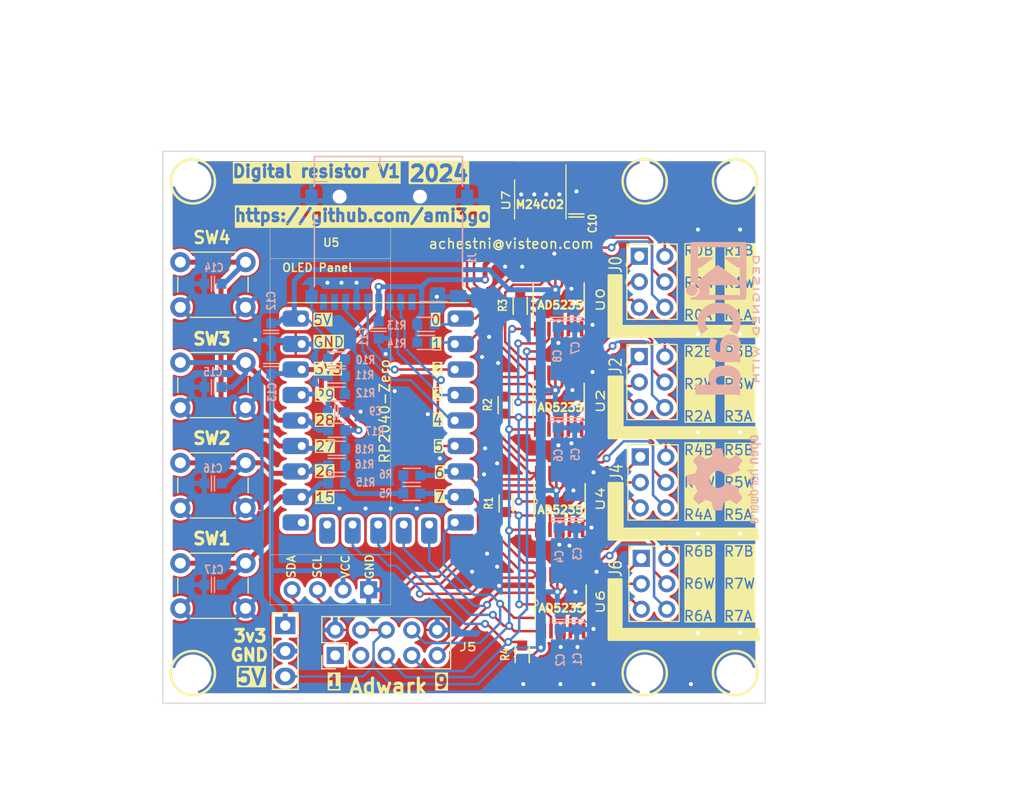
<source format=kicad_pcb>
(kicad_pcb (version 20221018) (generator pcbnew)
  (layers (0 "F.Cu" signal) (31 "B.Cu" signal) (34 "B.Paste" user) (35 "F.Paste" user) (36 "B.SilkS" user "B.Silkscreen") (37 "F.SilkS" user "F.Silkscreen") (38 "B.Mask" user) (39 "F.Mask" user) (44 "Edge.Cuts" user))
  (net 0 "")
  (net 1 "Net-(RZ1-GP29)")
  (net 2 "+3V3")
  (net 3 "GND")
  (net 4 "Net-(RZ1-GP15)")
  (net 5 "/CPU_RP2040-zero/SPI0_TX")
  (net 6 "/CPU_RP2040-zero/SPI0_RX")
  (net 7 "/CPU_RP2040-zero/SPI0_CS")
  (net 8 "/CPU_RP2040-zero/SPI0_SCK")
  (net 9 "/CPU_RP2040-zero/AD_RDY")
  (net 10 "+5V")
  (net 11 "/advark_connector/SCL")
  (net 12 "/AD5235-1/R0-B")
  (net 13 "/AD5235-1/R1-B")
  (net 14 "/AD5235-1/R0-W")
  (net 15 "/AD5235-1/R1-W")
  (net 16 "/AD5235-1/R0-A")
  (net 17 "/AD5235-1/R1-A")
  (net 18 "/AD5235-2/R0-B")
  (net 19 "/AD5235-2/R1-B")
  (net 20 "/AD5235-2/R0-W")
  (net 21 "/AD5235-2/R1-W")
  (net 22 "/AD5235-2/R0-A")
  (net 23 "/AD5235-2/R1-A")
  (net 24 "/AD5235-3/R0-B")
  (net 25 "/AD5235-3/R1-B")
  (net 26 "/AD5235-3/R0-W")
  (net 27 "/AD5235-3/R1-W")
  (net 28 "/AD5235-3/R0-A")
  (net 29 "/AD5235-3/R1-A")
  (net 30 "/AD5235-4/R0-B")
  (net 31 "/AD5235-4/R1-B")
  (net 32 "/AD5235-4/R0-W")
  (net 33 "/AD5235-4/R1-W")
  (net 34 "/AD5235-4/R0-A")
  (net 35 "/AD5235-4/R1-A")
  (net 36 "/AD5235-1/SDO")
  (net 37 "/AD5235-2/SDO")
  (net 38 "/AD5235-3/SDO")
  (net 39 "/advark_connector/SDA")
  (net 40 "/CPU_RP2040-zero/I2C0_SDA")
  (net 41 "/CPU_RP2040-zero/I2C0_SCL")
  (net 42 "Net-(RZ1-GP26)")
  (net 43 "Net-(RZ1-GP27)")
  (net 45 "/CPU_RP2040-zero/SPI1_CS")
  (net 46 "/CPU_RP2040-zero/SPI1_RX")
  (net 47 "/CPU_RP2040-zero/SPI1_SCK")
  (net 48 "/CPU_RP2040-zero/SPI1_TX")
  (net 52 "Net-(RZ1-GP28)")
  (net 55 "/CPU_RP2040-zero/I2C1_SCL")
  (net 56 "/CPU_RP2040-zero/I2C1_SDA")
  (net 57 "Net-(R10-Pad2)")
  (footprint "Boards:SSD1306-0.91-OLED-4pin-128x32" (layer "F.Cu") (at 102.69 42.2 -90)
    (fp_text reference "U5")
    (fp_text value "~")
  )
  (footprint "Button_Switch_THT:SW_PUSH_6mm_H4.3mm" (layer "F.Cu") (at 88.25 70.55 180)
    (fp_text reference "SW2")
    (fp_text value "SW_Push" hide)
  )
  (footprint "Analog:SOP65P640X120-16N" (layer "F.Cu") (at 119.43 49.9 90)
    (fp_text reference "U0")
    (fp_text value "AD5235BRUZ250-R7" hide)
  )
  (footprint "MountingHole:MountingHole_3.2mm_M3_ISO14580" (layer "F.Cu") (at 83 87)
    (fp_text reference "H2" hide)
    (fp_text value "MountingHole" hide)
  )
  (footprint "MountingHole:MountingHole_3.2mm_M3_ISO14580" (layer "F.Cu") (at 137 87)
    (fp_text reference "H6" hide)
    (fp_text value "MountingHole" hide)
  )
  (footprint "Analog:SOP65P640X120-16N" (layer "F.Cu") (at 119.53 69.900001 90)
    (fp_text reference "U4")
    (fp_text value "AD5235BRUZ250-R7" hide)
  )
  (footprint "MountingHole:MountingHole_3.2mm_M3_ISO14580" (layer "F.Cu") (at 83 38)
    (fp_text reference "H3" hide)
    (fp_text value "MountingHole" hide)
  )
  (footprint "PCM_4ms_Connector:Pins_2x03_2.54mm_TH" (layer "F.Cu") (at 128.83 68.000001)
    (fp_text reference "J4")
    (fp_text value "Conn_02x03" hide)
  )
  (footprint "PCM_4ms_Capacitor:C_0603" (layer "F.Cu") (at 121.2 41.4 90)
    (fp_text reference "C10")
    (fp_text value "100nF_0603_16V" hide)
  )
  (footprint "PCM_4ms_Connector:Pins_2x03_2.54mm_TH" (layer "F.Cu") (at 128.93 78.100001)
    (fp_text reference "J6")
    (fp_text value "Conn_02x03" hide)
  )
  (footprint "Button_Switch_THT:SW_PUSH_6mm_H4.3mm" (layer "F.Cu") (at 88.25 80.55 180)
    (fp_text reference "SW1")
    (fp_text value "SW_Push" hide)
  )
  (footprint "PCM_4ms_Resistor:R_0603" (layer "F.Cu") (at 115.6 50.4 -90)
    (fp_text reference "R3")
    (fp_text value "2.2k_0603" hide)
  )
  (footprint "MountingHole:MountingHole_3.2mm_M3_ISO14580" (layer "F.Cu") (at 128 38)
    (fp_text reference "H4" hide)
    (fp_text value "MountingHole" hide)
  )
  (footprint "PCM_4ms_Resistor:R_0603" (layer "F.Cu") (at 115.8 85.1 90)
    (fp_text reference "R4")
    (fp_text value "2.2k_0603" hide)
  )
  (footprint "Button_Switch_THT:SW_PUSH_6mm_H4.3mm" (layer "F.Cu") (at 88.25 50.55 180)
    (fp_text reference "SW4")
    (fp_text value "SW_Push" hide)
  )
  (footprint "MountingHole:MountingHole_3.2mm_M3_ISO14580" (layer "F.Cu") (at 137 38)
    (fp_text reference "H5" hide)
    (fp_text value "MountingHole" hide)
  )
  (footprint "PCM_4ms_Connector:Pins_1x03_2.54mm_TH_AudioInsRGndL" (layer "F.Cu") (at 92.2 84.8)
    (fp_text reference "J7" hide)
    (fp_text value "Conn_01x03" hide)
  )
  (footprint "Analog:SOP65P640X120-16N" (layer "F.Cu") (at 119.63 80 90)
    (fp_text reference "U6")
    (fp_text value "AD5235BRUZ250-R7" hide)
  )
  (footprint "PCM_4ms_Connector:Pins_2x03_2.54mm_TH" (layer "F.Cu") (at 128.73 48)
    (fp_text reference "J0")
    (fp_text value "Conn_02x03" hide)
  )
  (footprint "Package_SO:SOIC-8_3.9x4.9mm_P1.27mm" (layer "F.Cu") (at 117.6 39.8 -90)
    (fp_text reference "U7")
    (fp_text value "M24C02-WMN" hide)
  )
  (footprint "PCM_4ms_Resistor:R_0603" (layer "F.Cu") (at 114.1 60.3 -90)
    (fp_text reference "R2")
    (fp_text value "2.2k_0603" hide)
  )
  (footprint "Button_Switch_THT:SW_PUSH_6mm_H4.3mm" (layer "F.Cu") (at 88.25 60.55 180)
    (fp_text reference "SW3")
    (fp_text value "SW_Push" hide)
  )
  (footprint "Boards:RP2040-Zero" (layer "F.Cu") (at 91.3 74.53)
    (fp_text reference "RZ1")
    (fp_text value "RP2040-Zero")
  )
  (footprint "PCM_4ms_Connector:Pins_2x03_2.54mm_TH" (layer "F.Cu") (at 128.73 58.000001)
    (fp_text reference "J2")
    (fp_text value "Conn_02x03" hide)
  )
  (footprint "Connector_PinHeader_2.54mm:PinHeader_2x05_P2.54mm_Vertical" (layer "F.Cu") (at 97.18 85.24 90)
    (fp_text reference "J5")
    (fp_text value "Conn_02x05_Odd_Even" hide)
  )
  (footprint "MountingHole:MountingHole_3.2mm_M3_ISO14580" (layer "F.Cu") (at 128 87)
    (fp_text reference "H1" hide)
    (fp_text value "MountingHole" hide)
  )
  (footprint "PCM_4ms_Resistor:R_0603" (layer "F.Cu") (at 114.2 70.1 -90)
    (fp_text reference "R1")
    (fp_text value "2.2k_0603" hide)
  )
  (footprint "Analog:SOP65P640X120-16N" (layer "F.Cu") (at 119.43 59.900001 90)
    (fp_text reference "U2")
    (fp_text value "AD5235BRUZ250-R7" hide)
  )
  (footprint "PCM_4ms_Capacitor:C_0603" (layer "B.Cu") (at 90.8 56.3 90)
    (fp_text reference "C13")
    (fp_text value "100nF_0603_16V" hide)
  )
  (footprint "PCM_4ms_Resistor:R_0603" (layer "B.Cu") (at 97.322382 68.1 180)
    (fp_text reference "R15")
    (fp_text value "10k_0603_0.1%" hide)
  )
  (footprint "PCM_4ms_Capacitor:C_0603" (layer "B.Cu") (at 97.3 61)
    (fp_text reference "C9")
    (fp_text value "100nF_0603_16V" hide)
  )
  (footprint "PCM_4ms_Resistor:R_0603" (layer "B.Cu") (at 97.3 55.7)
    (fp_text reference "R10")
    (fp_text value "10k_0603_0.1%" hide)
  )
  (footprint "PCM_4ms_Capacitor:C_0603" (layer "B.Cu") (at 121.03 61.700001 -90)
    (fp_text reference "C5")
    (fp_text value "100nF_0603_16V" hide)
  )
  (footprint "PCM_4ms_Resistor:R_0603" (layer "B.Cu") (at 97.3 59.2)
    (fp_text reference "R12")
    (fp_text value "10k_0603_0.1%" hide)
  )
  (footprint "PCM_4ms_Resistor:R_0603" (layer "B.Cu") (at 106.2 54.05075)
    (fp_text reference "R14")
    (fp_text value "4.7k_0603" hide)
  )
  (footprint "PCM_4ms_Capacitor:C_0603" (layer "B.Cu") (at 85 78.2 180)
    (fp_text reference "C17")
    (fp_text value "100nF_0603_16V" hide)
  )
  (footprint "PCM_4ms_Capacitor:C_0603" (layer "B.Cu") (at 119.330001 51.7 -90)
    (fp_text reference "C8")
    (fp_text value "1uF_0603_25V" hide)
  )
  (footprint "PCM_4ms_Resistor:R_0603" (layer "B.Cu") (at 97.322382 66.3 180)
    (fp_text reference "R16")
    (fp_text value "10k_0603_0.1%" hide)
  )
  (footprint "PCM_4ms_Capacitor:C_0603" (layer "B.Cu") (at 119.330001 61.700001 -90)
    (fp_text reference "C6")
    (fp_text value "1uF_0603_25V" hide)
  )
  (footprint "PCM_4ms_Capacitor:C_0603" (layer "B.Cu") (at 85 58.5 180)
    (fp_text reference "C15")
    (fp_text value "100nF_0603_16V" hide)
  )
  (footprint "PCM_4ms_Resistor:R_0603" (layer "B.Cu") (at 97.322382 62.8 180)
    (fp_text reference "R17")
    (fp_text value "10k_0603_0.1%" hide)
  )
  (footprint "PCM_4ms_Capacitor:C_0603" (layer "B.Cu") (at 85 48.2 180)
    (fp_text reference "C14")
    (fp_text value "100nF_0603_16V" hide)
  )
  (footprint "Symbol:OSHW-Logo2_9.8x8mm_SilkScreen" (layer "B.Cu") (at 135.9 67.7 -90)
    (fp_text reference "REF**" hide)
    (fp_text value "OSHW-Logo2_9.8x8mm_SilkScreen" hide)
  )
  (footprint "PCM_4ms_Capacitor:C_0603" (layer "B.Cu") (at 121.23 81.8 -90)
    (fp_text reference "C1")
    (fp_text value "100nF_0603_16V" hide)
  )
  (footprint "PCM_4ms_Resistor:R_0603" (layer "B.Cu") (at 97.322382 64.6 180)
    (fp_text reference "R18")
    (fp_text value "10k_0603_0.1%" hide)
  )
  (footprint "PCM_4ms_Capacitor:C_0603" (layer "B.Cu") (at 121.03 51.7 -90)
    (fp_text reference "C7")
    (fp_text value "100nF_0603_16V" hide)
  )
  (footprint "PCM_4ms_Capacitor:C_0603" (layer "B.Cu") (at 85 68.1 180)
    (fp_text reference "C16")
    (fp_text value "100nF_0603_16V" hide)
  )
  (footprint "PCM_4ms_Capacitor:C_0603" (layer "B.Cu") (at 101.5 52.8 -90)
    (fp_text reference "C11")
    (fp_text value "100nF_0603_16V" hide)
  )
  (footprint "PCM_4ms_Capacitor:C_0603" (layer "B.Cu") (at 119.430001 71.700001 -90)
    (fp_text reference "C4")
    (fp_text value "1uF_0603_25V" hide)
  )
  (footprint "PCM_4ms_Resistor:R_0603" (layer "B.Cu") (at 104.8 69.1)
    (fp_text reference "R5")
    (fp_text value "4.7k_0603" hide)
  )
  (footprint "PCM_4ms_Resistor:R_0603" (layer "B.Cu") (at 106.2 52.25075)
    (fp_text reference "R13")
    (fp_text value "4.7k_0603" hide)
  )
  (footprint "PCM_4ms_Capacitor:C_0603" (layer "B.Cu") (at 90.8 53 -90)
    (fp_text reference "C12")
    (fp_text value "100nF_0603_16V" hide)
  )
  (footprint "PCM_4ms_Resistor:R_0603" (layer "B.Cu") (at 97.3 57.4 180)
    (fp_text reference "R11")
    (fp_text value "10k_0603_0.1%" hide)
  )
  (footprint "Connectors_local:J_SD_Card-micro_socket_A" (layer "B.Cu") (at 101.6 43 180)
    (fp_text reference "J1")
    (fp_text value "Micro_SD_Card_Det2" hide)
  )
  (footprint "PCM_4ms_Capacitor:C_0603" (layer "B.Cu") (at 121.13 71.700001 -90)
    (fp_text reference "C3")
    (fp_text value "100nF_0603_16V" hide)
  )
  (footprint "PCM_4ms_Capacitor:C_0603" (layer "B.Cu") (at 119.53 81.8 -90)
    (fp_text reference "C2")
    (fp_text value "1uF_0603_25V" hide)
  )
  (footprint "Symbol:KiCad-Logo2_6mm_SilkScreen" (layer "B.Cu") (at 135.1 51.7 -90)
    (fp_text reference "REF**" hide)
    (fp_text value "KiCad-Logo2_6mm_SilkScreen" hide)
  )
  (footprint "PCM_4ms_Resistor:R_0603" (layer "B.Cu") (at 104.8 67.3)
    (fp_text reference "R6")
    (fp_text value "4.7k_0603" hide)
  )
  (gr_circle (center 137 87) (end 139.202272 87) (stroke (width 0.25)) (fill none) (layer "F.SilkS"))
  (gr_circle (center 137 38) (end 139.202272 38) (stroke (width 0.25)) (fill none) (layer "F.SilkS"))
  (gr_circle (center 128 87) (end 130.202272 87) (stroke (width 0.25)) (fill none) (layer "F.SilkS"))
  (gr_circle (center 128 38) (end 130.202272 38) (stroke (width 0.25)) (fill none) (layer "F.SilkS"))
  (gr_circle (center 83 87) (end 85.202272 87) (stroke (width 0.25)) (fill none) (layer "F.SilkS"))
  (gr_circle (center 83 38) (end 85.202272 38) (stroke (width 0.25)) (fill none) (layer "F.SilkS"))
  (gr_line (start 80 35) (end 80 90) (stroke (width 0.1)) (layer "Edge.Cuts"))
  (gr_line (start 80 90) (end 140 90) (stroke (width 0.1)) (layer "Edge.Cuts"))
  (gr_line (start 80 35) (end 140 35) (stroke (width 0.1)) (layer "Edge.Cuts"))
  (gr_line (start 140 90) (end 140 35) (stroke (width 0.1)) (layer "Edge.Cuts"))
  (gr_text "achestni@visteon.com" (at 106.4 44.8) (layer "F.SilkS") (effects (font (size 1 1)) (justify left bottom)))
  (gr_text "AD5235" (at 117.2 71.2) (layer "F.SilkS") (effects (font (size 0.8 0.8) (thickness 0.2) bold) (justify left bottom)))
  (gr_text "5" (at 106.9 65) (layer "F.SilkS" knockout) (effects (font (size 1 1)) (justify left bottom)))
  (gr_text "R7B\n\nR7W\n\nR7A" (at 135.8 81.9) (layer "F.SilkS" knockout) (effects (font (size 1 1)) (justify left bottom)))
  (gr_text "1" (at 106.7 54.8) (layer "F.SilkS" knockout) (effects (font (size 1 1)) (justify left bottom)))
  (gr_text "1" (at 96.3 88.6) (layer "F.SilkS" knockout) (effects (font (size 1.2 1.2) (thickness 0.3) bold) (justify left bottom)))
  (gr_text "7" (at 107 70) (layer "F.SilkS" knockout) (effects (font (size 1 1)) (justify left bottom)))
  (gr_text "R5B\n\nR5W\n\nR5A" (at 135.8 71.8) (layer "F.SilkS" knockout) (effects (font (size 1 1)) (justify left bottom)))
  (gr_text "4" (at 106.8 62.4) (layer "F.SilkS" knockout) (effects (font (size 1 1)) (justify left bottom)))
  (gr_text "AD5235" (at 117.2 61) (layer "F.SilkS") (effects (font (size 0.8 0.8) (thickness 0.2) bold) (justify left bottom)))
  (gr_text "29" (at 95.1 59.9) (layer "F.SilkS" knockout) (effects (font (size 1 1)) (justify left bottom)))
  (gr_text "5V" (at 87.2 88.3) (layer "F.SilkS" knockout) (effects (font (size 1.5 1.5) (thickness 0.3) bold) (justify left bottom)))
  (gr_text "GND" (at 86.6 85.9) (layer "F.SilkS") (effects (font (size 1.2 1.2) (thickness 0.3) bold) (justify left bottom)))
  (gr_text "27" (at 95.1 65) (layer "F.SilkS" knockout) (effects (font (size 1 1)) (justify left bottom)))
  (gr_text "2 " (at 106.8 57.3) (layer "F.SilkS" knockout) (effects (font (size 1 1)) (justify left bottom)))
  (gr_text "9" (at 107 88.6) (layer "F.SilkS" knockout) (effects (font (size 1.2 1.2) (thickness 0.3) bold) (justify left bottom)))
  (gr_text "AD5235" (at 117.3 81) (layer "F.SilkS") (effects (font (size 0.8 0.8) (thickness 0.2) bold) (justify left bottom)))
  (gr_text "5V" (at 94.9 52.4) (layer "F.SilkS" knockout) (effects (font (size 1 1)) (justify left bottom)))
  (gr_text "M24C02" (at 115.04 40.775) (layer "F.SilkS") (effects (font (size 0.8 0.8) (thickness 0.2) bold) (justify left bottom)))
  (gr_text "AD5235" (at 117.2 50.8) (layer "F.SilkS") (effects (font (size 0.8 0.8) (thickness 0.2) bold) (justify left bottom)))
  (gr_text "0" (at 106.6 52.4) (layer "F.SilkS" knockout) (effects (font (size 1 1)) (justify left bottom)))
  (gr_text "Digital resistor V1" (at 86.8 37.7) (layer "F.SilkS" knockout) (effects (font (size 1.2 1.2) (thickness 0.3) bold) (justify left bottom)))
  (gr_text "3\n" (at 106.8 59.8) (layer "F.SilkS" knockout) (effects (font (size 1 1)) (justify left bottom)))
  (gr_text "R4B\n\nR4W\n\nR4A" (at 131.8 71.8) (layer "F.SilkS" knockout) (effects (font (size 1 1)) (justify left bottom)))
  (gr_text "R3B\n\nR3W\n\nR3A" (at 135.8 62) (layer "F.SilkS" knockout) (effects (font (size 1 1)) (justify left bottom)))
  (gr_text "26" (at 95.1 67.5) (layer "F.SilkS" knockout) (effects (font (size 1 1)) (justify left bottom)))
  (gr_text "3V3" (at 95 57.3) (layer "F.SilkS" knockout) (effects (font (size 1 1)) (justify left bottom)))
  (gr_text "R2B\n\nR2W\n\nR2A" (at 131.8 62) (layer "F.SilkS" knockout) (effects (font (size 1 1)) (justify left bottom)))
  (gr_text "2024" (at 104.4 38.1) (layer "F.SilkS" knockout) (effects (font (size 1.5 1.5) (thickness 0.375) bold) (justify left bottom)))
  (gr_text "GND\n" (at 94.9 54.6) (layer "F.SilkS" knockout) (effects (font (size 1 1)) (justify left bottom)))
  (gr_text "15" (at 95.1 70.1) (layer "F.SilkS" knockout) (effects (font (size 1 1)) (justify left bottom)))
  (gr_text "R0B\n\nR0W\n\nR0A" (at 131.8 51.9) (layer "F.SilkS" knockout) (effects (font (size 1 1)) (justify left bottom)))
  (gr_text "https://github.com/ami3go" (at 87 42.1) (layer "F.SilkS" knockout) (effects (font (size 1.2 1.2) (thickness 0.3) bold) (justify left bottom)))
  (gr_text "R6B\n\nR6W\n\nR6A" (at 131.8 81.9) (layer "F.SilkS" knockout) (effects (font (size 1 1)) (justify left bottom)))
  (gr_text "3v3" (at 86.9 84) (layer "F.SilkS") (effects (font (size 1.2 1.2) (thickness 0.3) bold) (justify left bottom)))
  (gr_text "6" (at 107 67.6) (layer "F.SilkS" knockout) (effects (font (size 1 1)) (justify left bottom)))
  (gr_text "R1B\n\nR1W\n\nR1A" (at 135.8 51.9) (layer "F.SilkS" knockout) (effects (font (size 1 1)) (justify left bottom)))
  (gr_text "28" (at 95.1 62.4) (layer "F.SilkS" knockout) (effects (font (size 1 1)) (justify left bottom)))
  (gr_text "Adwark\n" (at 98.4 89.2) (layer "F.SilkS") (effects (font (size 1.5 1.5) (thickness 0.3) bold) (justify left bottom)))
  (segment (start 96.45 59.2) (end 96.45 61) (width 0.5) (layer "B.Cu") (net 1))
  (segment (start 93.84 59.29) (end 93.93 59.2) (width 0.25) (layer "B.Cu") (net 1))
  (segment (start 93.93 59.2) (end 96.45 59.2) (width 0.5) (layer "B.Cu") (net 1))
  (segment (start 101.5 51.1) (end 95.85 56.75) (width 0.5) (layer "F.Cu") (net 2))
  (segment (start 113.4 45) (end 112.1 46.3) (width 0.5) (layer "F.Cu") (net 2))
  (segment (start 112.1 46.3) (end 112.1 47.8) (width 0.5) (layer "F.Cu") (net 2))
  (segment (start 95.8 59.1) (end 95.8 56.8) (width 0.5) (layer "F.Cu") (net 2))
  (segment (start 94.05 56.75) (end 93.84 56.75) (width 0.5) (layer "F.Cu") (net 2))
  (segment (start 121.175 42.275) (end 121.2 42.25) (width 0.5) (layer "F.Cu") (net 2))
  (segment (start 119.505 42.275) (end 121.175 42.275) (width 0.5) (layer "F.Cu") (net 2))
  (segment (start 99.5 62.8) (end 95.8 59.1) (width 0.5) (layer "F.Cu") (net 2))
  (segment (start 101.5 48.5) (end 101.5 51.1) (width 0.5) (layer "F.Cu") (net 2))
  (segment (start 121.2 43) (end 120.2 44) (width 0.5) (layer "F.Cu") (net 2))
  (segment (start 95.85 56.75) (end 93.84 56.75) (width 0.5) (layer "F.Cu") (net 2))
  (segment (start 120.2 44) (end 117.6 44) (width 0.5) (layer "F.Cu") (net 2))
  (segment (start 93.84 56.75) (end 92.15 56.75) (width 0.5) (layer "F.Cu") (net 2))
  (segment (start 117.6 44) (end 116.6 45) (width 0.5) (layer "F.Cu") (net 2))
  (segment (start 121.2 42.25) (end 121.2 43) (width 0.5) (layer "F.Cu") (net 2))
  (segment (start 116.6 45) (end 113.4 45) (width 0.5) (layer "F.Cu") (net 2))
  (via (at 99.5 62.8) (size 0.8) (drill 0.4) (layers "F.Cu" "B.Cu") (net 2))
  (via (at 101.5 48.5) (size 0.8) (drill 0.4) (layers "F.Cu" "B.Cu") (net 2))
  (via (at 112.1 47.8) (size 0.8) (drill 0.4) (layers "F.Cu" "B.Cu") (net 2))
  (segment (start 112.1 47.8) (end 106.5 47.8) (width 0.5) (layer "B.Cu") (net 2))
  (segment (start 101.515032 50.021855) (end 101.515032 51.934968) (width 0.5) (layer "B.Cu") (net 2))
  (segment (start 103.95 67.3) (end 103.95 69.1) (width 0.5) (layer "B.Cu") (net 2))
  (segment (start 91 76.8) (end 90.8 77) (width 0.5) (layer "B.Cu") (net 2))
  (segment (start 90.8 57.15) (end 93.44 57.15) (width 0.5) (layer "B.Cu") (net 2))
  (segment (start 90.8 79.1) (end 90.8 76.1) (width 0.5) (layer "B.Cu") (net 2))
  (segment (start 105.8 48.5) (end 105.8 51.2) (width 0.5) (layer "B.Cu") (net 2))
  (segment (start 90.8 76.1) (end 90.8 57.15) (width 0.5) (layer "B.Cu") (net 2))
  (segment (start 92.2 82.26) (end 92.2 80.5) (width 0.5) (layer "B.Cu") (net 2))
  (segment (start 105.8 51.2) (end 105.35 51.65) (width 0.5) (layer "B.Cu") (net 2))
  (segment (start 90.8 77) (end 90.8 76.1) (width 0.5) (layer "B.Cu") (net 2))
  (segment (start 98.172382 62.8) (end 98.172382 68.1) (width 0.5) (layer "B.Cu") (net 2))
  (segment (start 105.35 51.65) (end 105.35 52.25075) (width 0.5) (layer "B.Cu") (net 2))
  (segment (start 103.95 69.1) (end 99.172382 69.1) (width 0.5) (layer "B.Cu") (net 2))
  (segment (start 93.44 57.15) (end 93.84 56.75) (width 0.5) (layer "B.Cu") (net 2))
  (segment (start 101.5 50.006823) (end 101.515032 50.021855) (width 0.5) (layer "B.Cu") (net 2))
  (segment (start 97.96 77.36) (end 97.4 76.8) (width 0.5) (layer "B.Cu") (net 2))
  (segment (start 92.2 80.5) (end 90.8 79.1) (width 0.5) (layer "B.Cu") (net 2))
  (segment (start 101.5 48.5) (end 101.5 50.006823) (width 0.5) (layer "B.Cu") (net 2))
  (segment (start 106.5 47.8) (end 105.8 48.5) (width 0.5) (layer "B.Cu") (net 2))
  (segment (start 101.515032 51.934968) (end 101.5 51.95) (width 0.5) (layer "B.Cu") (net 2))
  (segment (start 97.96 78.7) (end 97.96 77.36) (width 0.5) (layer "B.Cu") (net 2))
  (segment (start 97.4 76.8) (end 91 76.8) (width 0.5) (layer "B.Cu") (net 2))
  (segment (start 101.5 48.5) (end 105.8 48.5) (width 0.5) (layer "B.Cu") (net 2))
  (segment (start 99.172382 69.1) (end 98.172382 68.1) (width 0.5) (layer "B.Cu") (net 2))
  (segment (start 105.35 52.25075) (end 105.35 54.05075) (width 0.5) (layer "B.Cu") (net 2))
  (segment (start 99.5 62.8) (end 98.172382 62.8) (width 0.5) (layer "B.Cu") (net 2))
  (segment (start 119.9602 84.0698) (end 119.63 84.4) (width 0.25) (layer "F.Cu") (net 3))
  (segment (start 119.7602 52.7194) (end 119.7602 53.7398) (width 0.25) (layer "F.Cu") (net 3))
  (segment (start 115.695 37.325) (end 119.505 37.325) (width 0.25) (layer "F.Cu") (net 3))
  (segment (start 119.2998 84.0698) (end 119.63 84.4) (width 0.25) (layer "F.Cu") (net 3))
  (segment (start 119.1998 73.8998) (end 119.5 74.2) (width 0.25) (layer "F.Cu") (net 3))
  (segment (start 119.2998 82.8194) (end 119.2998 84.0698) (width 0.25) (layer "F.Cu") (net 3))
  (segment (start 119.1998 72.719401) (end 119.1998 73.8998) (width 0.25) (layer "F.Cu") (net 3))
  (segment (start 119.4 64.3) (end 119.0998 63.9998) (width 0.25) (layer "F.Cu") (net 3))
  (segment (start 119.8602 72.719401) (end 119.8602 73.8398) (width 0.25) (layer "F.Cu") (net 3))
  (segment (start 119.7602 63.9398) (end 119.7602 62.719401) (width 0.25) (layer "F.Cu") (net 3))
  (segment (start 119.0998 63.9998) (end 119.0998 62.719401) (width 0.25) (layer "F.Cu") (net 3))
  (segment (start 119.8602 73.8398) (end 119.5 74.2) (width 0.25) (layer "F.Cu") (net 3))
  (segment (start 119.0998 52.7194) (end 119.0998 53.7998) (width 0.25) (layer "F.Cu") (net 3))
  (segment (start 119.7602 53.7398) (end 119.4 54.1) (width 0.25) (layer "F.Cu") (net 3))
  (segment (start 119.0998 53.7998) (end 119.4 54.1) (width 0.25) (layer "F.Cu") (net 3))
  (segment (start 119.4 64.3) (end 119.7602 63.9398) (width 0.25) (layer "F.Cu") (net 3))
  (segment (start 119.9602 82.8194) (end 119.9602 84.0698) (width 0.25) (layer "F.Cu") (net 3))
  (via (at 89.2 53.8) (size 0.8) (drill 0.4) (layers "F.Cu" "B.Cu") (net 3))
  (via (at 102.2 55.2) (size 0.8) (drill 0.4) (layers "F.Cu" "B.Cu") (net 3))
  (via (at 120.7 48.7) (size 0.8) (drill 0.4) (layers "F.Cu" "B.Cu") (net 3))
  (via (at 113.5 78.3) (size 0.8) (drill 0.4) (layers "F.Cu" "B.Cu") (net 3))
  (via (at 122.9 67) (size 0.8) (drill 0.4) (layers "F.Cu" "B.Cu") (net 3))
  (via (at 99.3 48.1) (size 0.8) (drill 0.4) (layers "F.Cu" "B.Cu") (net 3))
  (via (at 119.5 74.2) (size 0.8) (drill 0.4) (layers "F.Cu" "B.Cu") (net 3))
  (via (at 123.2 76.9) (size 0.8) (drill 0.4) (layers "F.Cu" "B.Cu") (net 3))
  (via (at 113.4 56.1) (size 0.8) (drill 0.4) (layers "F.Cu" "B.Cu") (net 3))
  (via (at 112.3 75.1) (size 0.8) (drill 0.4) (layers "F.Cu" "B.Cu") (net 3))
  (via (at 119.63 84.4) (size 0.8) (drill 0.4) (layers "F.Cu" "B.Cu") (net 3))
  (via (at 99.699874 60.945279) (size 0.8) (drill 0.4) (layers "F.Cu" "B.Cu") (net 3))
  (via (at 114.1 46.5) (size 0.8) (drill 0.4) (layers "F.Cu" "B.Cu") (net 3))
  (via (at 97.6 70.6) (size 0.8) (drill 0.4) (layers "F.Cu" "B.Cu") (net 3))
  (via (at 132.6 88.1) (size 0.8) (drill 0.4) (layers "F.Cu" "B.Cu") (net 3))
  (via (at 122.7 72.5) (size 0.8) (drill 0.4) (layers "F.Cu" "B.Cu") (net 3))
  (via (at 105.3 70.6) (size 0.8) (drill 0.4) (layers "F.Cu" "B.Cu") (net 3))
  (via (at 121.1 78.9) (size 0.8) (drill 0.4) (layers "F.Cu" "B.Cu") (net 3))
  (via (at 112 67.2) (size 0.8) (drill 0.4) (layers "F.Cu" "B.Cu") (net 3))
  (via (at 120.5 74.3) (size 0.8) (drill 0.4) (layers "F.Cu" "B.Cu") (net 3))
  (via (at 97.8 48.1) (size 0.8) (drill 0.4) (layers "F.Cu" "B.Cu") (net 3))
  (via (at 137.5 83) (size 0.8) (drill 0.4) (layers "F.Cu" "B.Cu") (net 3))
  (via (at 133.3 83) (size 0.8) (drill 0.4) (layers "F.Cu" "B.Cu") (net 3))
  (via (at 133.3 53.2) (size 0.8) (drill 0.4) (layers "F.Cu" "B.Cu") (net 3))
  (via (at 137.5 73.1) (size 0.8) (drill 0.4) (layers "F.Cu" "B.Cu") (net 3))
  (via (at 115.9 88.1) (size 0.8) (drill 0.4) (layers "F.Cu" "B.Cu") (net 3))
  (via (at 137.5 53.2) (size 0.8) (drill 0.4) (layers "F.Cu" "B.Cu") (net 3))
  (via (at 122.8 52.3) (size 0.8) (drill 0.4) (layers "F.Cu" "B.Cu") (net 3))
  (via (at 133.3 63) (size 0.8) (drill 0.4) (layers "F.Cu" "B.Cu") (net 3))
  (via (at 115.7 39.3) (size 0.8) (drill 0.4) (layers "F.Cu" "B.Cu") (net 3))
  (via (at 113.3 66.1) (size 0.8) (drill 0.4) (layers "F.Cu" "B.Cu") (net 3))
  (via (at 119.6 88.1) (size 0.8) (drill 0.4) (layers "F.Cu" "B.Cu") (net 3))
  (via (at 122.8 57) (size 0.8) (drill 0.4) (layers "F.Cu" "B.Cu") (net 3))
  (via (at 133.3 73.1) (size 0.8) (drill 0.4) (layers "F.Cu" "B.Cu") (net 3))
  (via (at 112.1 64.6) (size 0.8) (drill 0.4) (layers "F.Cu" "B.Cu") (net 3))
  (via (at 103.1 58.9) (size 0.8) (drill 0.4) (layers "F.Cu" "B.Cu") (net 3))
  (via (at 118.2 39.3) (size 0.8) (drill 0.4) (layers "F.Cu" "B.Cu") (net 3))
  (via (at 121.2 39) (size 0.8) (drill 0.4) (layers "F.Cu" "B.Cu") (net 3))
  (via (at 117 39.3) (size 0.8) (drill 0.4) (layers "F.Cu" "B.Cu") (net 3))
  (via (at 107.6 65.6) (size 0.8) (drill 0.4) (layers "F.Cu" "B.Cu") (net 3))
  (via (at 120.8 58.8) (size 0.8) (drill 0.4) (layers "F.Cu" "B.Cu") (net 3))
  (via (at 119.4 54.1) (size 0.8) (drill 0.4) (layers "F.Cu" "B.Cu") (net 3))
  (via (at 96.4 48.1) (size 0.8) (drill 0.4) (layers "F.Cu" "B.Cu") (net 3))
  (via (at 110.8 76.9) (size 0.8) (drill 0.4) (layers "F.Cu" "B.Cu") (net 3))
  (via (at 107.3 49.5) (size 0.8) (drill 0.4) (layers "F.Cu" "B.Cu") (net 3))
  (via (at 137.5 42.8) (size 0.8) (drill 0.4) (layers "F.Cu" "B.Cu") (net 3))
  (via (at 119 45.2) (size 0.8) (drill 0.4) (layers "F.Cu" "B.Cu") (net 3))
  (via (at 120.7 64.1) (size 0.8) (drill 0.4) (layers "F.Cu" "B.Cu") (net 3))
  (via (at 111.8 55.5) (size 0.8) (drill 0.4) (layers "F.Cu" "B.Cu") (net 3))
  (via (at 119.5 39.3) (size 0.8) (drill 0.4) (layers "F.Cu" "B.Cu") (net 3))
  (via (at 115.8 46.5) (size 0.8) (drill 0.4) (layers "F.Cu" "B.Cu") (net 3))
  (via (at 106.4 61.2) (size 0.8) (drill 0.4) (layers "F.Cu" "B.Cu") (net 3))
  (via (at 122.9 82.6) (size 0.8) (drill 0.4) (layers "F.Cu" "B.Cu") (net 3))
  (via (at 100.2 70.6) (size 0.8) (drill 0.4) (layers "F.Cu" "B.Cu") (net 3))
  (via (at 122.9 88.1) (size 0.8) (drill 0.4) (layers "F.Cu" "B.Cu") (net 3))
  (via (at 102.7 70.6) (size 0.8) (drill 0.4) (layers "F.Cu" "B.Cu") (net 3))
  (via (at 112.5 53.5) (size 0.8) (drill 0.4) (layers "F.Cu" "B.Cu") (net 3))
  (via (at 137.5 63) (size 0.8) (drill 0.4) (layers "F.Cu" "B.Cu") (net 3))
  (via (at 120.9 68.8) (size 0.8) (drill 0.4) (layers "F.Cu" "B.Cu") (net 3))
  (via (at 133.3 42.8) (size 0.8) (drill 0.4) (layers "F.Cu" "B.Cu") (net 3))
  (via (at 119.4 64.3) (size 0.8) (drill 0.4) (layers "F.Cu" "B.Cu") (net 3))
  (via (at 121.3 84.4) (size 0.8) (drill 0.4) (layers "F.Cu" "B.Cu") (net 3))
  (via (at 113.3 76.4) (size 0.8) (drill 0.4) (layers "F.Cu" "B.Cu") (net 3))
  (segment (start 101.5 53.65) (end 101.5 54.4) (width 0.25) (layer "B.Cu") (net 3))
  (segment (start 99.7 55.6) (end 94.815032 50.715032) (width 0.25) (layer "B.Cu") (net 3))
  (segment (start 95.3 54.9) (end 94.61 54.21) (width 0.25) (layer "B.Cu") (net 3))
  (segment (start 90.8 53.85) (end 90.8 55.45) (width 0.25) (layer "B.Cu") (net 3))
  (segment (start 94.61 54.21) (end 93.84 54.21) (width 0.25) (layer "B.Cu") (net 3))
  (segment (start 99.699874 60.945279) (end 99.645153 61) (width 0.25) (layer "B.Cu") (net 3))
  (segment (start 102.2 55.1) (end 102.2 55.2) (width 0.25) (layer "B.Cu") (net 3))
  (segment (start 102.3 55.2) (end 102.3 55.2) (width 0.25) (layer "B.Cu") (net 3))
  (segment (start 96.1 57.4) (end 95.3 56.6) (width 0.25) (layer "B.Cu") (net 3))
  (segment (start 95.3 56.6) (end 95.3 54.9) (width 0.25) (layer "B.Cu") (net 3))
  (segment (start 99.645153 61) (end 98.15 61) (width 0.25) (layer "B.Cu") (net 3))
  (segment (start 101.5 54.4) (end 102.2 55.1) (width 0.25) (layer "B.Cu") (net 3))
  (segment (start 99.7 60.945153) (end 99.7 55.6) (width 0.25) (layer "B.Cu") (net 3))
  (segment (start 94.815032 50.715032) (end 94.815032 49.521855) (width 0.25) (layer "B.Cu") (net 3))
  (segment (start 90.8 53.85) (end 93.48 53.85) (width 0.5) (layer "B.Cu") (net 3))
  (segment (start 93.48 53.85) (end 93.84 54.21) (width 0.25) (layer "B.Cu") (net 3))
  (segment (start 96.45 57.4) (end 96.1 57.4) (width 0.25) (layer "B.Cu") (net 3))
  (segment (start 99.699874 60.945279) (end 99.7 60.945153) (width 0.25) (layer "B.Cu") (net 3))
  (segment (start 102.2 55.2) (end 102.3 55.2) (width 0.25) (layer "B.Cu") (net 3))
  (segment (start 81.75 76.05) (end 88.25 76.05) (width 0.5) (layer "F.Cu") (net 4))
  (segment (start 88.25 76.05) (end 90.3 74) (width 0.5) (layer "F.Cu") (net 4))
  (segment (start 90.3 70.9) (end 91.75 69.45) (width 0.5) (layer "F.Cu") (net 4))
  (segment (start 91.75 69.45) (end 93.84 69.45) (width 0.5) (layer "F.Cu") (net 4))
  (segment (start 90.3 74) (end 90.3 70.9) (width 0.5) (layer "F.Cu") (net 4))
  (segment (start 86.1 78.2) (end 85.85 78.2) (width 0.25) (layer "B.Cu") (net 4))
  (segment (start 95.7 68.1) (end 96.472382 68.1) (width 0.5) (layer "B.Cu") (net 4))
  (segment (start 94.35 69.45) (end 95.7 68.1) (width 0.5) (layer "B.Cu") (net 4))
  (segment (start 93.84 69.45) (end 94.35 69.45) (width 0.5) (layer "B.Cu") (net 4))
  (segment (start 88.25 76.05) (end 86.1 78.2) (width 0.5) (layer "B.Cu") (net 4))
  (segment (start 102.615032 51.315032) (end 103.4 52.1) (width 0.25) (layer "B.Cu") (net 5))
  (segment (start 107.59 59.29) (end 109.08 59.29) (width 0.25) (layer "B.Cu") (net 5))
  (segment (start 103.4 52.1) (end 103.4 55.1) (width 0.25) (layer "B.Cu") (net 5))
  (segment (start 102.615032 50.021855) (end 102.615032 51.315032) (width 0.25) (layer "B.Cu") (net 5))
  (segment (start 103.4 55.1) (end 107.59 59.29) (width 0.25) (layer "B.Cu") (net 5))
  (segment (start 99.9 54.9) (end 102.8 57.8) (width 0.25) (layer "B.Cu") (net 6))
  (segment (start 98.215032 50.021855) (end 98.215032 50.915032) (width 0.25) (layer "B.Cu") (net 6))
  (segment (start 102.8 57.8) (end 104.7 57.8) (width 0.25) (layer "B.Cu") (net 6))
  (segment (start 99.9 52.6) (end 99.9 54.9) (width 0.25) (layer "B.Cu") (net 6))
  (segment (start 98.215032 50.915032) (end 99.9 52.6) (width 0.25) (layer "B.Cu") (net 6))
  (segment (start 108.73 61.83) (end 109.08 61.83) (width 0.25) (layer "B.Cu") (net 6))
  (segment (start 104.7 57.8) (end 108.73 61.83) (width 0.25) (layer "B.Cu") (net 6))
  (segment (start 107.7 57.8) (end 107.4 58.1) (width 0.25) (layer "F.Cu") (net 7))
  (segment (start 107.4 58.1) (end 107.4 64) (width 0.25) (layer "F.Cu") (net 7))
  (segment (start 107.4 64) (end 107.77 64.37) (width 0.25) (layer "F.Cu") (net 7))
  (segment (start 107.77 64.37) (end 109.08 64.37) (width 0.25) (layer "F.Cu") (net 7))
  (via (at 107.7 57.8) (size 0.8) (drill 0.4) (layers "F.Cu" "B.Cu") (net 7))
  (segment (start 104.1 51.9) (end 103.715032 51.515032) (width 0.25) (layer "B.Cu") (net 7))
  (segment (start 104.1 54.6) (end 104.1 51.9) (width 0.25) (layer "B.Cu") (net 7))
  (segment (start 107.3 57.8) (end 104.1 54.6) (width 0.25) (layer "B.Cu") (net 7))
  (segment (start 107.7 57.8) (end 107.3 57.8) (width 0.25) (layer "B.Cu") (net 7))
  (segment (start 103.715032 51.515032) (end 103.715032 50.021855) (width 0.25) (layer "B.Cu") (net 7))
  (segment (start 103.1 56.75) (end 109.08 56.75) (width 0.25) (layer "F.Cu") (net 8))
  (via (at 103.1 56.75) (size 0.8) (drill 0.4) (layers "F.Cu" "B.Cu") (net 8))
  (segment (start 102.65 56.75) (end 100.415032 54.515032) (width 0.25) (layer "B.Cu") (net 8))
  (segment (start 103.1 56.75) (end 102.65 56.75) (width 0.25) (layer "B.Cu") (net 8))
  (segment (start 100.415032 54.515032) (end 100.415032 50.021855) (width 0.25) (layer "B.Cu") (net 8))
  (segment (start 110.7 79.1) (end 105.6 79.1) (width 0.25) (layer "F.Cu") (net 9))
  (segment (start 116.624601 67.7) (end 113.1 67.7) (width 0.25) (layer "F.Cu") (net 9))
  (segment (start 114.5 47.7) (end 113.5 48.7) (width 0.25) (layer "F.Cu") (net 9))
  (segment (start 116.8194 76.8) (end 117.2 77.1806) (width 0.25) (layer "F.Cu") (net 9))
  (segment (start 112.3 62.8) (end 116.580601 67.080601) (width 0.25) (layer "F.Cu") (net 9))
  (segment (start 116.380601 57.080601) (end 116.380601 57.1) (width 0.25) (layer "F.Cu") (net 9))
  (segment (start 117.344 77.1806) (end 117.2 77.1806) (width 0.25) (layer "F.Cu") (net 9))
  (segment (start 113.5 48.7) (end 113.5 54.2) (width 0.25) (layer "F.Cu") (net 9))
  (segment (start 112.3 77.5) (end 110.7 79.1) (width 0.25) (layer "F.Cu") (net 9))
  (segment (start 116.380601 57.1) (end 115.980601 57.5) (width 0.25) (layer "F.Cu") (net 9))
  (segment (start 115.6 76.8) (end 116.8194 76.8) (width 0.25) (layer "F.Cu") (net 9))
  (segment (start 117.244 67.080601) (end 116.624601 67.7) (width 0.25) (layer "F.Cu") (net 9))
  (segment (start 112.3 58.1) (end 112.3 62.8) (width 0.25) (layer "F.Cu") (net 9))
  (segment (start 116.380601 57.080601) (end 117.144 57.080601) (width 0.25) (layer "F.Cu") (net 9))
  (segment (start 116.8806 77.5) (end 112.3 77.5) (width 0.25) (layer "F.Cu") (net 9))
  (segment (start 116.95 47.7) (end 114.5 47.7) (width 0.25) (layer "F.Cu") (net 9))
  (segment (start 112.9 57.5) (end 112.3 58.1) (width 0.25) (layer "F.Cu") (net 9))
  (segment (start 113.1 67.7) (end 112.4 68.4) (width 0.25) (layer "F.Cu") (net 9))
  (segment (start 116.580601 67.080601) (end 117.244 67.080601) (width 0.25) (layer "F.Cu") (net 9))
  (segment (start 117.2 77.1806) (end 116.8806 77.5) (width 0.25) (layer "F.Cu") (net 9))
  (segment (start 113.5 54.2) (end 116.380601 57.080601) (width 0.25) (layer "F.Cu") (net 9))
  (segment (start 115.980601 57.5) (end 112.9 57.5) (width 0.25) (layer "F.Cu") (net 9))
  (segment (start 117.144 47.506) (end 116.95 47.7) (width 0.25) (layer "F.Cu") (net 9))
  (segment (start 117.144 47.0806) (end 117.144 47.506) (width 0.25) (layer "F.Cu") (net 9))
  (segment (start 112.4 68.4) (end 112.4 73.6) (width 0.25) (layer "F.Cu") (net 9))
  (segment (start 112.4 73.6) (end 115.6 76.8) (width 0.25) (layer "F.Cu") (net 9))
  (via (at 105.6 79.1) (size 0.8) (drill 0.4) (layers "F.Cu" "B.Cu") (net 9))
  (segment (start 98.92 74.32) (end 99.8 75.2) (width 0.25) (layer "B.Cu") (net 9))
  (segment (start 105.6 78.65) (end 105.6 79.1) (width 0.25) (layer "B.Cu") (net 9))
  (segment (start 105.6 79.1) (end 105.7 79.1) (width 0.25) (layer "B.Cu") (net 9))
  (segment (start 99.8 75.2) (end 101.4 75.2) (width 0.25) (layer "B.Cu") (net 9))
  (segment (start 103.25 76.3) (end 105.6 78.65) (width 0.25) (layer "B.Cu") (net 9))
  (segment (start 102.5 76.3) (end 103.25 76.3) (width 0.25) (layer "B.Cu") (net 9))
  (segment (start 101.4 75.2) (end 102.5 76.3) (width 0.25) (layer "B.Cu") (net 9))
  (segment (start 98.92 72.2) (end 98.92 74.32) (width 0.25) (layer "B.Cu") (net 9))
  (segment (start 119.0998 58.800001) (end 118.4648 58.165001) (width 0.25) (layer "F.Cu") (net 10))
  (segment (start 119.1998 68.800001) (end 119.43 68.800001) (width 0.25) (layer "F.Cu") (net 10))
  (segment (start 118.199999 68.800001) (end 119.1998 68.800001) (width 0.25) (layer "F.Cu") (net 10))
  (segment (start 119.0998 58.800001) (end 119.0998 57.080601) (width 0.25) (layer "F.Cu") (net 10))
  (segment (start 119.1998 68.800001) (end 118.5648 68.165001) (width 0.25) (layer "F.Cu") (net 10))
  (segment (start 119.2998 78.9) (end 119.2998 77.1806) (width 0.25) (layer "F.Cu") (net 10))
  (segment (start 115.4 49.55) (end 118.3498 49.55) (width 0.25) (layer "F.Cu") (net 10))
  (segment (start 119.7602 58.369801) (end 119.7602 57.080601) (width 0.25) (layer "F.Cu") (net 10))
  (segment (start 118.4648 48.165) (end 118.4648 47.0806) (width 0.25) (layer "F.Cu") (net 10))
  (segment (start 118.05 68.95) (end 118.199999 68.800001) (width 0.25) (layer "F.Cu") (net 10))
  (segment (start 114.35 59.2) (end 118.699801 59.2) (width 0.25) (layer "F.Cu") (net 10))
  (segment (start 118.4648 58.165001) (end 118.4648 57.080601) (width 0.25) (layer "F.Cu") (net 10))
  (segment (start 99.72 82.7) (end 102.26 82.7) (width 0.25) (layer "F.Cu") (net 10))
  (segment (start 118.999801 58.9) (end 119.0998 58.800001) (width 0.25) (layer "F.Cu") (net 10))
  (segment (start 119.0998 58.800001) (end 119.33 58.800001) (width 0.25) (layer "F.Cu") (net 10))
  (segment (start 119.33 58.800001) (end 119.7602 58.369801) (width 0.25) (layer "F.Cu") (net 10))
  (segment (start 119.0998 58.800001) (end 119.0998 57.080601) (width 0.25) (layer "F.Cu") (net 10))
  (segment (start 118.3498 49.55) (end 119.0998 48.8) (width 0.25) (layer "F.Cu") (net 10))
  (segment (start 118.699801 59.2) (end 119.0998 58.800001) (width 0.25) (layer "F.Cu") (net 10))
  (segment (start 119.1998 68.800001) (end 119.1998 67.080601) (width 0.25) (layer "F.Cu") (net 10))
  (segment (start 119.1998 68.800001) (end 119.43 68.800001) (width 0.25) (layer "F.Cu") (net 10))
  (segment (start 119.0998 48.8) (end 119.33 48.8) (width 0.25) (layer "F.Cu") (net 10))
  (segment (start 119.0998 48.8) (end 119.0998 47.0806) (width 0.25) (layer "F.Cu") (net 10))
  (segment (start 119.7602 58.369801) (end 119.7602 57.080601) (width 0.25) (layer "F.Cu") (net 10))
  (segment (start 114.1 59.45) (end 114.35 59.2) (width 0.25) (layer "F.Cu") (net 10))
  (segment (start 114.1 68.95) (end 118.05 68.95) (width 0.25) (layer "F.Cu") (net 10))
  (segment (start 118.6648 78.265) (end 118.6648 77.1806) (width 0.25) (layer "F.Cu") (net 10))
  (segment (start 119.9602 78.4698) (end 119.9602 77.1806) (width 0.25) (layer "F.Cu") (net 10))
  (segment (start 119.33 58.800001) (end 119.7602 58.369801) (width 0.25) (layer "F.Cu") (net 10))
  (segment (start 119.2998 78.9) (end 119.53 78.9) (width 0.25) (layer "F.Cu") (net 10))
  (segment (start 119.43 68.800001) (end 119.8602 68.369801) (width 0.25) (layer "F.Cu") (net 10))
  (segment (start 118.5648 68.165001) (end 118.5648 67.080601) (width 0.25) (layer "F.Cu") (net 10))
  (segment (start 119.8602 68.369801) (end 119.8602 67.080601) (width 0.25) (layer "F.Cu") (net 10))
  (segment (start 119.7602 48.3698) (end 119.7602 47.0806) (width 0.25) (layer "F.Cu") (net 10))
  (segment (start 119.33 48.8) (end 119.7602 48.3698) (width 0.25) (layer "F.Cu") (net 10))
  (segment (start 119.43 68.800001) (end 119.8602 68.369801) (width 0.25) (layer "F.Cu") (net 10))
  (segment (start 116.15 85.95) (end 115.8 85.95) (width 0.25) (layer "F.Cu") (net 10))
  (segment (start 119.1998 68.800001) (end 119.1998 67.080601) (width 0.25) (layer "F.Cu") (net 10))
  (segment (start 119.0998 48.8) (end 119.33 48.8) (width 0.25) (layer "F.Cu") (net 10))
  (segment (start 118.4648 58.165001) (end 118.4648 57.080601) (width 0.25) (layer "F.Cu") (net 10))
  (segment (start 119.0998 58.800001) (end 119.33 58.800001) (width 0.25) (layer "F.Cu") (net 10))
  (segment (start 119.53 78.9) (end 119.9602 78.4698) (width 0.25) (layer "F.Cu") (net 10))
  (segment (start 119.0998 58.800001) (end 118.4648 58.165001) (width 0.25) (layer "F.Cu") (net 10))
  (segment (start 119.8602 68.369801) (end 119.8602 67.080601) (width 0.25) (layer "F.Cu") (net 10))
  (segment (start 119.0998 48.8) (end 118.4648 48.165) (width 0.25) (layer "F.Cu") (net 10))
  (segment (start 119.2998 78.9) (end 118.6648 78.265) (width 0.25) (layer "F.Cu") (net 10))
  (segment (start 119.1998 68.800001) (end 118.5648 68.165001) (width 0.25) (layer "F.Cu") (net 10))
  (segment (start 117.65 84.45) (end 116.15 85.95) (width 0.25) (layer "F.Cu") (net 10))
  (segment (start 118.5648 68.165001) (end 118.5648 67.080601) (width 0.25) (layer "F.Cu") (net 10))
  (via (at 119.0998 58.800001) (size 0.8) (drill 0.4) (layers "F.Cu" "B.Cu") (net 10))
  (via (at 119.2998 78.9) (size 0.8) (drill 0.4) (layers "F.Cu" "B.Cu") (net 10))
  (via (at 117.65 84.45) (size 0.8) (drill 0.4) (layers "F.Cu" "B.Cu") (net 10))
  (via (at 119.0998 48.8) (size 0.8) (drill 0.4) (layers "F.Cu" "B.Cu") (net 10))
  (via (at 119.1998 68.800001) (size 0.8) (drill 0.4) (layers "F.Cu" "B.Cu") (net 10))
  (segment (start 119.1998 70.6198) (end 119.430001 70.850001) (width 0.5) (layer "B.Cu") (net 10))
  (segment (start 119.0998 48.8002) (end 117.65 50.25) (width 1) (layer "B.Cu") (net 10))
  (segment (start 117.95 78.9) (end 119.2998 78.9) (width 0.5) (layer "B.Cu") (net 10))
  (segment (start 119.53 80.95) (end 121.23 80.95) (width 0.5) (layer "B.Cu") (net 10))
  (segment (start 117.65 79.2) (end 117.95 78.9) (width 0.5) (layer "B.Cu") (net 10))
  (segment (start 112.5 46.8) (end 94.2 46.8) (width 0.5) (layer "B.Cu") (net 10))
  (segment (start 117.65 58.8) (end 117.65 68.8) (width 1) (layer "B.Cu") (net 10))
  (segment (start 119.330001 50.85) (end 119.330001 49.030201) (width 0.5) (layer "B.Cu") (net 10))
  (segment (start 102.26 82.7) (end 101 83.96) (width 0.25) (layer "B.Cu") (net 10))
  (segment (start 101 86.4) (end 100.9 86.4) (width 0.25) (layer "B.Cu") (net 10))
  (segment (start 119.0998 60.6198) (end 119.330001 60.850001) (width 0.5) (layer "B.Cu") (net 10))
  (segment (start 114.5 48.8) (end 112.5 46.8) (width 0.5) (layer "B.Cu") (net 10))
  (segment (start 93.1 47.9) (end 93.1 50.93) (width 0.5) (layer "B.Cu") (net 10))
  (segment (start 117.65 50.25) (end 117.65 58.8) (width 1) (layer "B.Cu") (net 10))
  (segment (start 119.2998 80.7198) (end 119.53 80.95) (width 0.5) (layer "B.Cu") (net 10))
  (segment (start 117.65 68.8) (end 119.199799 68.8) (width 0.5) (layer "B.Cu") (net 10))
  (segment (start 91.45 52.15) (end 91.93 51.67) (width 0.5) (layer "B.Cu") (net 10))
  (segment (start 100.9 86.4) (end 99.96 87.34) (width 0.25) (layer "B.Cu") (net 10))
  (segment (start 119.0998 58.800001) (end 119.0998 60.6198) (width 0.5) (layer "B.Cu") (net 10))
  (segment (start 99.96 87.34) (end 92.2 87.34) (width 0.25) (layer "B.Cu") (net 10))
  (segment (start 119.0998 48.8) (end 119.0998 48.8002) (width 1) (layer "B.Cu") (net 10))
  (segment (start 119.0998 48.8) (end 114.5 48.8) (width 0.5) (layer "B.Cu") (net 10))
  (segment (start 119.0998 60.619801) (end 119.33 60.850001) (width 0.25) (layer "B.Cu") (net 10))
  (segment (start 117.65 84.45) (end 117.65 79.2) (width 1) (layer "B.Cu") (net 10))
  (segment (start 119.330001 50.85) (end 121.03 50.85) (width 0.5) (layer "B.Cu") (net 10))
  (segment (start 119.0998 50.6198) (end 119.33 50.85) (width 0.25) (layer "B.Cu") (net 10))
  (segment (start 91.93 51.67) (end 93.84 51.67) (width 0.5) (layer "B.Cu") (net 10))
  (segment (start 119.2998 78.9) (end 119.2998 80.7198) (width 0.5) (layer "B.Cu") (net 10))
  (segment (start 119.1998 70.619801) (end 119.43 70.850001) (width 0.25) (layer "B.Cu") (net 10))
  (segment (start 93.1 50.93) (end 93.84 51.67) (width 0.5) (layer "B.Cu") (net 10))
  (segment (start 119.0998 60.619801) (end 119.33 60.850001) (width 0.25) (layer "B.Cu") (net 10))
  (segment (start 119.199799 68.8) (end 119.1998 68.800001) (width 0.25) (layer "B.Cu") (net 10))
  (segment (start 111.4 88.1) (end 102.7 88.1) (width 0.25) (layer "B.Cu") (net 10))
  (segment (start 115.05 84.45) (end 111.4 88.1) (width 0.25) (layer "B.Cu") (net 10))
  (segment (start 94.37 51.67) (end 96.45 53.75) (width 0.25) (layer "B.Cu") (net 10))
  (segment (start 119.0998 50.6198) (end 119.33 50.85) (width 0.25) (layer "B.Cu") (net 10))
  (segment (start 119.1998 68.800001) (end 119.1998 70.6198) (width 0.5) (layer "B.Cu") (net 10))
  (segment (start 117.65 68.8) (end 117.65 79.2) (width 1) (layer "B.Cu") (net 10))
  (segment (start 117.65 84.45) (end 115.05 84.45) (width 0.25) (layer "B.Cu") (net 10))
  (segment (start 102.7 88.1) (end 101 86.4) (width 0.25) (layer "B.Cu") (net 10))
  (segment (start 119.330001 49.030201) (end 119.0998 48.8) (width 0.5) (layer "B.Cu") (net 10))
  (segment (start 101 86.3) (end 100.9 86.4) (width 0.25) (layer "B.Cu") (net 10))
  (segment (start 101 83.96) (end 101 86.3) (width 0.25) (layer "B.Cu") (net 10))
  (segment (start 93.84 51.67) (end 94.37 51.67) (width 0.25) (layer "B.Cu") (net 10))
  (segment (start 96.45 53.75) (end 96.45 55.7) (width 0.25) (layer "B.Cu") (net 10))
  (segment (start 117.65 58.8) (end 119.099799 58.8) (width 0.5) (layer "B.Cu") (net 10))
  (segment (start 119.430001 70.850001) (end 121.13 70.850001) (width 0.5) (layer "B.Cu") (net 10))
  (segment (start 119.099799 58.8) (end 119.0998 58.800001) (width 1) (layer "B.Cu") (net 10))
  (segment (start 119.330001 60.850001) (end 121.03 60.850001) (width 0.5) (layer "B.Cu") (net 10))
  (segment (start 94.2 46.8) (end 93.1 47.9) (width 0.5) (layer "B.Cu") (net 10))
  (segment (start 90.8 52.15) (end 91.45 52.15) (width 0.5) (layer "B.Cu") (net 10))
  (segment (start 119.1998 70.619801) (end 119.43 70.850001) (width 0.25) (layer "B.Cu") (net 10))
  (segment (start 120.5952 81.4048) (end 124.8 77.2) (width 0.25) (layer "F.Cu") (net 12))
  (segment (start 126.020001 77.2) (end 127.66 75.560001) (width 0.25) (layer "F.Cu") (net 12))
  (segment (start 124.8 77.2) (end 126.020001 77.2) (width 0.25) (layer "F.Cu") (net 12))
  (segment (start 120.5952 82.8194) (end 120.5952 81.4048) (width 0.25) (layer "F.Cu") (net 12))
  (segment (start 127.66 75.560001) (end 127.66 75.870001) (width 0.25) (layer "F.Cu") (net 12))
  (segment (start 123 74.7) (end 122 74.7) (width 0.25) (layer "F.Cu") (net 13))
  (segment (start 120.5952 76.1048) (end 120.5952 77.1806) (width 0.25) (layer "F.Cu") (net 13))
  (segment (start 130.2 75.560001) (end 130.2 73.970001) (width 0.25) (layer "F.Cu") (net 13))
  (segment (start 123.6 74.1) (end 123 74.7) (width 0.25) (layer "F.Cu") (net 13))
  (segment (start 124.1 74.1) (end 123.6 74.1) (width 0.25) (layer "F.Cu") (net 13))
  (segment (start 129.03 72.800001) (end 125.399999 72.800001) (width 0.25) (layer "F.Cu") (net 13))
  (segment (start 122 74.7) (end 120.5952 76.1048) (width 0.25) (layer "F.Cu") (net 13))
  (segment (start 130.2 73.970001) (end 129.03 72.800001) (width 0.25) (layer "F.Cu") (net 13))
  (segment (start 125.399999 72.800001) (end 124.1 74.1) (width 0.25) (layer "F.Cu") (net 13))
  (segment (start 121.2556 81.7444) (end 124.899999 78.100001) (width 0.25) (layer "F.Cu") (net 14))
  (segment (start 121.2556 82.8194) (end 121.2556 81.7444) (width 0.25) (layer "F.Cu") (net 14))
  (segment (start 124.899999 78.100001) (end 127.66 78.100001) (width 0.25) (layer "F.Cu") (net 14))
  (segment (start 123.3 75.2) (end 122.2 75.2) (width 0.25) (layer "F.Cu") (net 15))
  (segment (start 128.23 73.400001) (end 125.499999 73.400001) (width 0.25) (layer "F.Cu") (net 15))
  (segment (start 123.875 74.625) (end 123.3 75.2) (width 0.25) (layer "F.Cu") (net 15))
  (segment (start 121.2556 76.1444) (end 121.2556 77.1806) (width 0.25) (layer "F.Cu") (net 15))
  (segment (start 128.93 76.830001) (end 128.93 74.100001) (width 0.25) (layer "F.Cu") (net 15))
  (segment (start 124.275 74.625) (end 123.875 74.625) (width 0.25) (layer "F.Cu") (net 15))
  (segment (start 130.2 78.100001) (end 128.93 76.830001) (width 0.25) (layer "F.Cu") (net 15))
  (segment (start 122.2 75.2) (end 121.2556 76.1444) (width 0.25) (layer "F.Cu") (net 15))
  (segment (start 125.499999 73.400001) (end 124.275 74.625) (width 0.25) (layer "F.Cu") (net 15))
  (segment (start 128.93 74.100001) (end 128.23 73.400001) (width 0.25) (layer "F.Cu") (net 15))
  (segment (start 121.916 82.8194) (end 121.916 81.984) (width 0.25) (layer "F.Cu") (net 16))
  (segment (start 125.919999 78.9) (end 127.66 80.640001) (width 0.25) (layer "F.Cu") (net 16))
  (segment (start 125 78.9) (end 125.919999 78.9) (width 0.25) (layer "F.Cu") (net 16))
  (segment (start 121.916 81.984) (end 125 78.9) (width 0.25) (layer "F.Cu") (net 16))
  (segment (start 122.5 75.7) (end 121.916 76.284) (width 0.25) (layer "F.Cu") (net 17))
  (segment (start 124.5 75.3) (end 124.1 75.3) (width 0.25) (layer "F.Cu") (net 17))
  (segment (start 123.7 75.7) (end 122.5 75.7) (width 0.25) (layer "F.Cu") (net 17))
  (segment (start 124.1 75.3) (end 123.7 75.7) (width 0.25) (layer "F.Cu") (net 17))
  (segment (start 121.916 76.284) (end 121.916 77.1806) (width 0.25) (layer "F.Cu") (net 17))
  (via (at 124.5 75.3) (size 0.8) (drill 0.4) (layers "F.Cu" "B.Cu") (net 17))
  (segment (start 124.5 75.3) (end 125.6 74.2) (width 0.25) (layer "B.Cu") (net 17))
  (segment (start 128.93 79.370001) (end 130.2 80.640001) (width 0.25) (layer "B.Cu") (net 17))
  (segment (start 128.649999 74.2) (end 128.93 74.480001) (width 0.25) (layer "B.Cu") (net 17))
  (segment (start 128.93 74.480001) (end 128.93 79.370001) (width 0.25) (layer "B.Cu") (net 17))
  (segment (start 125.6 74.2) (end 128.649999 74.2) (width 0.25) (layer "B.Cu") (net 17))
  (segment (start 124.5 75.3) (end 124.4 75.2) (width 0.25) (layer "B.Cu") (net 17))
  (segment (start 124.6 67) (end 120.4952 71.1048) (width 0.25) (layer "F.Cu") (net 18))
  (segment (start 127.56 65.460002) (end 127.56 65.770002) (width 0.25) (layer "F.Cu") (net 18))
  (segment (start 120.4952 71.1048) (end 120.4952 72.719401) (width 0.25) (layer "F.Cu") (net 18))
  (segment (start 126.020001 67) (end 124.6 67) (width 0.25) (layer "F.Cu") (net 18))
  (segment (start 127.56 65.460002) (end 127.56 65.770002) (width 0.25) (layer "F.Cu") (net 18))
  (segment (start 127.56 65.460001) (end 126.020001 67) (width 0.25) (layer "F.Cu") (net 18))
  (segment (start 121.766516 65.1) (end 122.9 65.1) (width 0.25) (layer "F.Cu") (net 19))
  (segment (start 122.9 65.1) (end 125.2 62.8) (width 0.25) (layer "F.Cu") (net 19))
  (segment (start 130.1 63.870002) (end 130.1 65.460002) (width 0.25) (layer "F.Cu") (net 19))
  (segment (start 120.4952 66.371316) (end 121.766516 65.1) (width 0.25) (layer "F.Cu") (net 19))
  (segment (start 129.029998 62.8) (end 130.1 63.870002) (width 0.25) (layer "F.Cu") (net 19))
  (segment (start 125.2 62.8) (end 129.029998 62.8) (width 0.25) (layer "F.Cu") (net 19))
  (segment (start 120.4952 67.080601) (end 120.4952 66.371316) (width 0.25) (layer "F.Cu") (net 19))
  (segment (start 121.1556 72.719401) (end 121.1556 71.5444) (width 0.25) (layer "F.Cu") (net 20))
  (segment (start 121.1556 71.5444) (end 124.699999 68.000001) (width 0.25) (layer "F.Cu") (net 20))
  (segment (start 124.699999 68.000001) (end 127.56 68.000001) (width 0.25) (layer "F.Cu") (net 20))
  (segment (start 128.83 64.000002) (end 128.83 66.730002) (width 0.25) (layer "F.Cu") (net 21))
  (segment (start 125.545403 63.300002) (end 128.13 63.300002) (width 0.25) (layer "F.Cu") (net 21))
  (segment (start 121.932201 65.5) (end 123.345405 65.5) (width 0.25) (layer "F.Cu") (net 21))
  (segment (start 128.13 63.300002) (end 128.83 64.000002) (width 0.25) (layer "F.Cu") (net 21))
  (segment (start 128.83 66.730002) (end 130.1 68.000002) (width 0.25) (layer "F.Cu") (net 21))
  (segment (start 121.1556 67.080601) (end 121.1556 66.276601) (width 0.25) (layer "F.Cu") (net 21))
  (segment (start 121.1556 66.276601) (end 121.932201 65.5) (width 0.25) (layer "F.Cu") (net 21))
  (segment (start 123.345405 65.5) (end 125.545403 63.300002) (width 0.25) (layer "F.Cu") (net 21))
  (segment (start 127.56 70.540001) (end 125.919999 68.9) (width 0.25) (layer "F.Cu") (net 22))
  (segment (start 124.9 68.9) (end 121.816 71.984) (width 0.25) (layer "F.Cu") (net 22))
  (segment (start 121.816 71.984) (end 121.816 72.719401) (width 0.25) (layer "F.Cu") (net 22))
  (segment (start 125.919999 68.9) (end 124.9 68.9) (width 0.25) (layer "F.Cu") (net 22))
  (segment (start 123.8 66) (end 122.1 66) (width 0.25) (layer "F.Cu") (net 23))
  (segment (start 122.1 66) (end 121.816 66.284) (width 0.25) (layer "F.Cu") (net 23))
  (segment (start 121.816 66.284) (end 121.816 67.080601) (width 0.25) (layer "F.Cu") (net 23))
  (segment (start 124.2 65.6) (end 123.8 66) (width 0.25) (layer "F.Cu") (net 23))
  (via (at 124.2 65.6) (size 0.8) (drill 0.4) (layers "F.Cu" "B.Cu") (net 23))
  (segment (start 128.83 64.380002) (end 128.83 69.270002) (width 0.25) (layer "B.Cu") (net 23))
  (segment (start 124.2 65.6) (end 125.899998 63.900002) (width 0.25) (layer "B.Cu") (net 23))
  (segment (start 128.83 69.270002) (end 130.1 70.540002) (width 0.25) (layer "B.Cu") (net 23))
  (segment (start 128.35 63.900002) (end 128.83 64.380002) (width 0.25) (layer "B.Cu") (net 23))
  (segment (start 125.899998 63.900002) (end 128.35 63.900002) (width 0.25) (layer "B.Cu") (net 23))
  (segment (start 120.3952 61.234801) (end 120.3952 62.719401) (width 0.25) (layer "F.Cu") (net 24))
  (segment (start 125.320001 57.6) (end 124.030001 57.6) (width 0.25) (layer "F.Cu") (net 24))
  (segment (start 127.46 55.460001) (end 125.320001 57.6) (width 0.25) (layer "F.Cu") (net 24))
  (segment (start 124.030001 57.6) (end 120.3952 61.234801) (width 0.25) (layer "F.Cu") (net 24))
  (segment (start 127.46 55.460002) (end 127.46 55.770002) (width 0.25) (layer "F.Cu") (net 24))
  (segment (start 124.299998 52.700002) (end 122.4 54.6) (width 0.25) (layer "F.Cu") (net 25))
  (segment (start 128.83 52.700002) (end 124.299998 52.700002) (width 0.25) (layer "F.Cu") (net 25))
  (segment (start 130 55.460002) (end 130 53.870002) (width 0.25) (layer "F.Cu") (net 25))
  (segment (start 120.3952 55.8048) (end 120.3952 57.080601) (width 0.25) (layer "F.Cu") (net 25))
  (segment (start 121.6 54.6) (end 120.3952 55.8048) (width 0.25) (layer "F.Cu") (net 25))
  (segment (start 130 53.870002) (end 128.83 52.700002) (width 0.25) (layer "F.Cu") (net 25))
  (segment (start 122.4 54.6) (end 121.6 54.6) (width 0.25) (layer "F.Cu") (net 25))
  (segment (start 127.060001 58.4) (end 127.46 58.000001) (width 0.25) (layer "F.Cu") (net 26))
  (segment (start 121.0556 62.719401) (end 121.0556 61.474401) (width 0.25) (layer "F.Cu") (net 26))
  (segment (start 124.130001 58.4) (end 127.060001 58.4) (width 0.25) (layer "F.Cu") (net 26))
  (segment (start 121.0556 61.474401) (end 121.0556 62.719401) (width 0.25) (layer "F.Cu") (net 26))
  (segment (start 121.0556 61.474401) (end 124.130001 58.4) (width 0.25) (layer "F.Cu") (net 26))
  (segment (start 121.0556 57.080601) (end 121.0556 56.074401) (width 0.25) (layer "F.Cu") (net 27))
  (segment (start 121.930001 55.2) (end 121.0556 56.074401) (width 0.25) (layer "F.Cu") (net 27))
  (segment (start 128.73 53.865001) (end 128.2 53.335001) (width 0.25) (layer "F.Cu") (net 27))
  (segment (start 128.2 53.335001) (end 124.664999 53.335001) (width 0.25) (layer "F.Cu") (net 27))
  (segment (start 121.0556 56.074401) (end 121.0556 57.080601) (width 0.25) (layer "F.Cu") (net 27))
  (segment (start 130 58.000002) (end 128.73 56.730002) (width 0.25) (layer "F.Cu") (net 27))
  (segment (start 128.73 56.730002) (end 128.73 53.865001) (width 0.25) (layer "F.Cu") (net 27))
  (segment (start 122.8 55.2) (end 121.930001 55.2) (width 0.25) (layer "F.Cu") (net 27))
  (segment (start 124.664999 53.335001) (end 122.8 55.2) (width 0.25) (layer "F.Cu") (net 27))
  (segment (start 121.0556 56.074401) (end 121.83 55.300001) (width 0.25) (layer "F.Cu") (net 27))
  (segment (start 124.5 59.1) (end 121.716 61.884) (width 0.25) (layer "F.Cu") (net 28))
  (segment (start 125.9 59.1) (end 124.5 59.1) (width 0.25) (layer "F.Cu") (net 28))
  (segment (start 127.46 60.66) (end 125.9 59.1) (width 0.25) (layer "F.Cu") (net 28))
  (segment (start 121.716 61.884) (end 121.716 62.719401) (width 0.25) (layer "F.Cu") (net 28))
  (segment (start 121.716 57.080601) (end 121.716 56.084) (width 0.25) (layer "F.Cu") (net 29))
  (segment (start 121.716 56.084) (end 122 55.8) (width 0.25) (layer "F.Cu") (net 29))
  (segment (start 121.716 56.814001) (end 121.716 57.080601) (width 0.25) (layer "F.Cu") (net 29))
  (segment (start 123.4 55.8) (end 124.8 54.4) (width 0.25) (layer "F.Cu") (net 29))
  (segment (start 122 55.8) (end 123.4 55.8) (width 0.25) (layer "F.Cu") (net 29))
  (via (at 124.8 54.4) (size 0.8) (drill 0.4) (layers "F.Cu" "B.Cu") (net 29))
  (segment (start 128.73 54.380002) (end 128.349998 54) (width 0.25) (layer "B.Cu") (net 29))
  (segment (start 130 60.540002) (end 128.73 59.270002) (width 0.25) (layer "B.Cu") (net 29))
  (segment (start 128.349998 54) (end 125.2 54) (width 0.25) (layer "B.Cu") (net 29))
  (segment (start 128.73 59.270002) (end 128.73 54.380002) (width 0.25) (layer "B.Cu") (net 29))
  (segment (start 124.8 54.4) (end 124.8 54.2) (width 0.25) (layer "B.Cu") (net 29))
  (segment (start 125.2 54) (end 124.8 54.4) (width 0.25) (layer "B.Cu") (net 29))
  (segment (start 127.46 45.460001) (end 127.46 45.770001) (width 0.25) (layer "F.Cu") (net 30))
  (segment (start 120.3952 51.2348) (end 120.3952 52.7194) (width 0.25) (layer "F.Cu") (net 30))
  (segment (start 124.82 48.1) (end 127.46 45.46) (width 0.25) (layer "F.Cu") (net 30))
  (segment (start 120.3952 51.2048) (end 123.5 48.1) (width 0.25) (layer "F.Cu") (net 30))
  (segment (start 127.46 45.460001) (end 127.46 45.770001) (width 0.25) (layer "F.Cu") (net 30))
  (segment (start 123.5 48.1) (end 124.82 48.1) (width 0.25) (layer "F.Cu") (net 30))
  (segment (start 120.3952 52.7194) (end 120.3952 51.2048) (width 0.25) (layer "F.Cu") (net 30))
  (segment (start 121.7 44.7) (end 122.1 44.7) (width 0.25) (layer "F.Cu") (net 31))
  (segment (start 129.329998 43.2) (end 130 43.870002) (width 0.25) (layer "F.Cu") (net 31))
  (segment (start 122.1 44.7) (end 123.6 43.2) (width 0.25) (layer "F.Cu") (net 31))
  (segment (start 120.3952 47.0806) (end 120.3952 46.0048) (width 0.25) (layer "F.Cu") (net 31))
  (segment (start 120.3952 46.0048) (end 121.7 44.7) (width 0.25) (layer "F.Cu") (net 31))
  (segment (start 123.6 43.2) (end 129.329998 43.2) (width 0.25) (layer "F.Cu") (net 31))
  (segment (start 130 43.870002) (end 130 45.460001) (width 0.25) (layer "F.Cu") (net 31))
  (segment (start 127.46 48.000001) (end 126.63 48.000001) (width 0.25) (layer "F.Cu") (net 32))
  (segment (start 126.63 48.000001) (end 125.630001 49) (width 0.25) (layer "F.Cu") (net 32))
  (segment (start 121.0556 51.4744) (end 121.0556 52.7194) (width 0.25) (layer "F.Cu") (net 32))
  (segment (start 121.0556 51.4744) (end 121.0556 52.7194) (width 0.25) (layer "F.Cu") (net 32))
  (segment (start 125.630001 49) (end 123.53 49) (width 0.25) (layer "F.Cu") (net 32))
  (segment (start 123.53 49) (end 121.0556 51.4744) (width 0.25) (layer "F.Cu") (net 32))
  (segment (start 121.818198 45.218198) (end 122.218198 45.218198) (width 0.25) (layer "F.Cu") (net 33))
  (segment (start 122.218198 45.218198) (end 123.836396 43.6) (width 0.25) (layer "F.Cu") (net 33))
  (segment (start 121.0556 47.0806) (end 121.0556 45.980796) (width 0.25) (layer "F.Cu") (net 33))
  (segment (start 128.73 44.000001) (end 128.73 46.730001) (width 0.25) (layer "F.Cu") (net 33))
  (segment (start 128.329999 43.6) (end 128.73 44.000001) (width 0.25) (layer "F.Cu") (net 33))
  (segment (start 128.73 46.730001) (end 130 48.000001) (width 0.25) (layer "F.Cu") (net 33))
  (segment (start 121.0556 47.0806) (end 121.0556 46.0744) (width 0.25) (layer "F.Cu") (net 33))
  (segment (start 121.0556 45.980796) (end 121.818198 45.218198) (width 0.25) (layer "F.Cu") (net 33))
  (segment (start 123.836396 43.6) (end 128.329999 43.6) (width 0.25) (layer "F.Cu") (net 33))
  (segment (start 123.8 49.8) (end 121.716 51.884) (width 0.25) (layer "F.Cu") (net 34))
  (segment (start 121.716 51.884) (end 121.716 52.7194) (width 0.25) (layer "F.Cu") (net 34))
  (segment (start 126.72 49.8) (end 123.8 49.8) (width 0.25) (layer "F.Cu") (net 34))
  (segment (start 127.46 50.54) (end 126.72 49.8) (width 0.25) (layer "F.Cu") (net 34))
  (segment (start 123.472792 44.6) (end 122.404594 45.668198) (width 0.25) (layer "F.Cu") (net 35))
  (segment (start 122.004594 45.668198) (end 121.716 45.956792) (width 0.25) (layer "F.Cu") (net 35))
  (segment (start 121.716 45.956792) (end 121.716 47.0806) (width 0.25) (layer "F.Cu") (net 35))
  (segment (start 124.7 44.6) (end 123.472792 44.6) (width 0.25) (layer "F.Cu") (net 35))
  (segment (start 122.404594 45.668198) (end 122.004594 45.668198) (width 0.25) (layer "F.Cu") (net 35))
  (segment (start 121.716 46.814) (end 121.716 47.0806) (width 0.25) (layer "F.Cu") (net 35))
  (via (at 124.7 44.6) (size 0.8) (drill 0.4) (layers "F.Cu" "B.Cu") (net 35))
  (segment (start 128.73 44.380001) (end 128.73 49.270001) (width 0.25) (layer "B.Cu") (net 35))
  (segment (start 128.73 49.270001) (end 130 50.540001) (width 0.25) (layer "B.Cu") (net 35))
  (segment (start 128.349999 44) (end 128.73 44.380001) (width 0.25) (layer "B.Cu") (net 35))
  (segment (start 124.7 44.6) (end 125.3 44) (width 0.25) (layer "B.Cu") (net 35))
  (segment (start 125.3 44) (end 128.349999 44) (width 0.25) (layer "B.Cu") (net 35))
  (segment (start 117.9044 71.732801) (end 117.471599 71.3) (width 0.25) (layer "F.Cu") (net 36))
  (segment (start 115.2 71.3) (end 115.45 71.3) (width 0.25) (layer "F.Cu") (net 36))
  (segment (start 114.1 70.65) (end 114.4 70.95) (width 0.25) (layer "F.Cu") (net 36))
  (segment (start 118.6648 81.4148) (end 118.6648 82.8194) (width 0.25) (layer "F.Cu") (net 36))
  (segment (start 115.1 70.95) (end 115.45 71.3) (width 0.25) (layer "F.Cu") (net 36))
  (segment (start 115.5 80.15) (end 117.4 80.15) (width 0.25) (layer "F.Cu") (net 36))
  (segment (start 114.4 70.95) (end 115.1 70.95) (width 0.25) (layer "F.Cu") (net 36))
  (segment (start 117.4 80.15) (end 118.6648 81.4148) (width 0.25) (layer "F.Cu") (net 36))
  (segment (start 117.471599 71.3) (end 115.45 71.3) (width 0.25) (layer "F.Cu") (net 36))
  (segment (start 115.45 71.3) (end 115.5 71.3) (width 0.25) (layer "F.Cu") (net 36))
  (segment (start 117.9044 72.719401) (end 117.9044 71.732801) (width 0.25) (layer "F.Cu") (net 36))
  (via (at 115.45 71.3) (size 0.8) (drill 0.4) (layers "F.Cu" "B.Cu") (net 36))
  (via (at 115.5 80.15) (size 0.8) (drill 0.4) (layers "F.Cu" "B.Cu") (net 36))
  (segment (start 115.5 71.35) (end 115.45 71.3) (width 0.25) (layer "B.Cu") (net 36))
  (segment (start 115.5 80.15) (end 115.5 71.35) (width 0.25) (layer "B.Cu") (net 36))
  (segment (start 118.5648 71.2648) (end 118.5648 72.719401) (width 0.25) (layer "F.Cu") (net 37))
  (segment (start 115.45 61.5) (end 117.488999 61.5) (width 0.25) (layer "F.Cu") (net 37))
  (segment (start 117.8044 61.815401) (end 117.8044 62.719401) (width 0.25) (layer "F.Cu") (net 37))
  (segment (start 115.45 69.9) (end 115.35 69.9) (width 0.25) (layer "F.Cu") (net 37))
  (segment (start 115.45 69.9) (end 117.2 69.9) (width 0.25) (layer "F.Cu") (net 37))
  (segment (start 114.45 61.5) (end 114.1 61.15) (width 0.25) (layer "F.Cu") (net 37))
  (segment (start 117.2 69.9) (end 118.5648 71.2648) (width 0.25) (layer "F.Cu") (net 37))
  (segment (start 117.488999 61.5) (end 117.8044 61.815401) (width 0.25) (layer "F.Cu") (net 37))
  (segment (start 115.45 61.5) (end 114.45 61.5) (width 0.25) (layer "F.Cu") (net 37))
  (via (at 115.45 61.5) (size 0.8) (drill 0.4) (layers "F.Cu" "B.Cu") (net 37))
  (via (at 115.45 69.9) (size 0.8) (drill 0.4) (layers "F.Cu" "B.Cu") (net 37))
  (segment (start 115.45 61.5) (end 115.45 69.9) (width 0.25) (layer "B.Cu") (net 37))
  (segment (start 118.4648 61.3148) (end 117.15 60) (width 0.25) (layer "F.Cu") (net 38))
  (segment (start 117.8044 53.6234) (end 117.2778 54.15) (width 0.25) (layer "F.Cu") (net 38))
  (segment (start 118.4648 62.719401) (end 118.4648 61.3148) (width 0.25) (layer "F.Cu") (net 38))
  (segment (start 116.839 50.95) (end 117.8044 51.9154) (width 0.25) (layer "F.Cu") (net 38))
  (segment (start 117.8044 52.7194) (end 117.8044 53.6234) (width 0.25) (layer "F.Cu") (net 38))
  (segment (start 117.2778 54.15) (end 115.4 54.15) (width 0.25) (layer "F.Cu") (net 38))
  (segment (start 117.15 60) (end 115.4 60) (width 0.25) (layer "F.Cu") (net 38))
  (segment (start 117.8044 51.9154) (end 117.8044 52.7194) (width 0.25) (layer "F.Cu") (net 38))
  (segment (start 115.4 50.95) (end 116.839 50.95) (width 0.25) (layer "F.Cu") (net 38))
  (via (at 115.4 54.15) (size 0.8) (drill 0.4) (layers "F.Cu" "B.Cu") (net 38))
  (via (at 115.4 60) (size 0.8) (drill 0.4) (layers "F.Cu" "B.Cu") (net 38))
  (segment (start 115.4 60) (end 115.4 54.15) (width 0.25) (layer "B.Cu") (net 38))
  (segment (start 115.4 54.15) (end 115.4 54.65) (width 0.25) (layer "B.Cu") (net 38))
  (segment (start 111.6 49.789949) (end 110.3 48.489949) (width 0.25) (layer "F.Cu") (net 40))
  (segment (start 115.695 43.605) (end 115.695 42.275) (width 0.25) (layer "F.Cu") (net 40))
  (segment (start 110.3 45.7) (end 112.3 43.7) (width 0.25) (layer "F.Cu") (net 40))
  (segment (start 115.6 43.7) (end 115.695 43.605) (width 0.25) (layer "F.Cu") (net 40))
  (segment (start 110.3 48.489949) (end 110.3 45.7) (width 0.25) (layer "F.Cu") (net 40))
  (segment (start 115.695 42.275) (end 115.67 42.3) (width 0.25) (layer "F.Cu") (net 40))
  (segment (start 111.6 51.2) (end 111.6 49.789949) (width 0.25) (layer "F.Cu") (net 40))
  (segment (start 112.3 43.7) (end 115.6 43.7) (width 0.25) (layer "F.Cu") (net 40))
  (segment (start 111.13 51.67) (end 111.6 51.2) (width 0.25) (layer "F.Cu") (net 40))
  (segment (start 109.08 51.67) (end 111.13 51.67) (width 0.25) (layer "F.Cu") (net 40))
  (segment (start 107.05 52.25075) (end 108.49925 52.25075) (width 0.25) (layer "B.Cu") (net 40))
  (segment (start 108.49925 52.25075) (end 109.08 51.67) (width 0.25) (layer "B.Cu") (net 40))
  (segment (start 109.08 54.21) (end 110.29 54.21) (width 0.25) (layer "F.Cu") (net 41))
  (segment (start 112.2 49.4) (end 111 48.2) (width 0.25) (layer "F.Cu") (net 41))
  (segment (start 116.965 43.635) (end 116.965 42.275) (width 0.25) (layer "F.Cu") (net 41))
  (segment (start 110.29 54.21) (end 112.2 52.3) (width 0.25) (layer "F.Cu") (net 41))
  (segment (start 111 48.2) (end 111 46.2) (width 0.25) (layer "F.Cu") (net 41))
  (segment (start 116.3 44.3) (end 116.965 43.635) (width 0.25) (layer "F.Cu") (net 41))
  (segment (start 111 46.2) (end 112.9 44.3) (width 0.25) (layer "F.Cu") (net 41))
  (segment (start 112.2 52.3) (end 112.2 49.4) (width 0.25) (layer "F.Cu") (net 41))
  (segment (start 112.9 44.3) (end 116.3 44.3) (width 0.25) (layer "F.Cu") (net 41))
  (segment (start 107.05 54.05075) (end 108.92075 54.05075) (width 0.25) (layer "B.Cu") (net 41))
  (segment (start 108.92075 54.05075) (end 109.08 54.21) (width 0.25) (layer "B.Cu") (net 41))
  (segment (start 91 67.1) (end 93.65 67.1) (width 0.5) (layer "F.Cu") (net 42))
  (segment (start 88.25 66.05) (end 89.95 66.05) (width 0.5) (layer "F.Cu") (net 42))
  (segment (start 81.75 66.05) (end 88.25 66.05) (width 0.5) (layer "F.Cu") (net 42))
  (segment (start 89.95 66.05) (end 91 67.1) (width 0.5) (layer "F.Cu") (net 42))
  (segment (start 93.65 67.1) (end 93.84 66.91) (width 0.5) (layer "F.Cu") (net 42))
  (segment (start 93.84 66.91) (end 94.69 66.91) (width 0.5) (layer "B.Cu") (net 42))
  (segment (start 88.25 66.05) (end 86.2 68.1) (width 0.5) (layer "B.Cu") (net 42))
  (segment (start 86.2 68.1) (end 85.85 68.1) (width 0.25) (layer "B.Cu") (net 42))
  (segment (start 95.3 66.3) (end 96.472382 66.3) (width 0.5) (layer "B.Cu") (net 42))
  (segment (start 94.69 66.91) (end 95.3 66.3) (width 0.5) (layer "B.Cu") (net 42))
  (segment (start 90.5 63.3) (end 91.57 64.37) (width 0.5) (layer "F.Cu") (net 43))
  (segment (start 92.27 64.37) (end 93.84 64.37) (width 0.25) (layer "F.Cu") (net 43))
  (segment (start 85.8 61.4) (end 87.7 63.3) (width 0.5) (layer "F.Cu") (net 43))
  (segment (start 88.25 46.05) (end 85.8 48.5) (width 0.5) (layer "F.Cu") (net 43))
  (segment (start 81.75 46.05) (end 88.25 46.05) (width 0.5) (layer "F.Cu") (net 43))
  (segment (start 87.7 63.3) (end 90.5 63.3) (width 0.5) (layer "F.Cu") (net 43))
  (segment (start 91.57 64.37) (end 93.84 64.37) (width 0.5) (layer "F.Cu") (net 43))
  (segment (start 85.8 48.5) (end 85.8 61.4) (width 0.5) (layer "F.Cu") (net 43))
  (segment (start 93.84 64.37) (end 94.07 64.6) (width 0.5) (layer "B.Cu") (net 43))
  (segment (start 86.1 48.2) (end 85.85 48.2) (width 0.25) (layer "B.Cu") (net 43))
  (segment (start 88.25 46.05) (end 86.1 48.2) (width 0.5) (layer "B.Cu") (net 43))
  (segment (start 94.07 64.6) (end 96.472382 64.6) (width 0.5) (layer "B.Cu") (net 43))
  (segment (start 117.8 76) (end 118.0044 76.2044) (width 0.25) (layer "F.Cu") (net 45))
  (segment (start 114.1 54) (end 115.8 55.7) (width 0.25) (layer "F.Cu") (net 45))
  (segment (start 112.8 58.6) (end 112.8 62.5) (width 0.25) (layer "F.Cu") (net 45))
  (segment (start 117.9044 66.094001) (end 117.9044 67.080601) (width 0.25) (layer "F.Cu") (net 45))
  (segment (start 116 76) (end 117.8 76) (width 0.25) (layer "F.Cu") (net 45))
  (segment (start 117.8044 56.176601) (end 117.8044 57.080601) (width 0.25) (layer "F.Cu") (net 45))
  (segment (start 117.8044 48.0956) (end 117.6 48.3) (width 0.25) (layer "F.Cu") (net 45))
  (segment (start 112.3 80.2) (end 112.3 80.4) (width 0.25) (layer "F.Cu") (net 45))
  (segment (start 113.2 58.2) (end 112.8 58.6) (width 0.25) (layer "F.Cu") (net 45))
  (segment (start 112.8 62.5) (end 116.1 65.8) (width 0.25) (layer "F.Cu") (net 45))
  (segment (start 113 73) (end 116 76) (width 0.25) (layer "F.Cu") (net 45))
  (segment (start 113.4 79) (end 117.4 79) (width 0.25) (layer "F.Cu") (net 45))
  (segment (start 118.0044 78.3956) (end 118.0044 77.1806) (width 0.25) (layer "F.Cu") (net 45))
  (segment (start 117.8044 47.0806) (end 117.8044 48.0956) (width 0.25) (layer "F.Cu") (net 45))
  (segment (start 117.7 68.3) (end 113.3 68.3) (width 0.25) (layer "F.Cu") (net 45))
  (segment (start 117.8044 57.080601) (end 117.8044 58.1956) (width 0.25) (layer "F.Cu") (net 45))
  (segment (start 113.3 68.3) (end 113 68.6) (width 0.25) (layer "F.Cu") (net 45))
  (segment (start 114.9 48.3) (end 114.1 49.1) (width 0.25) (layer "F.Cu") (net 45))
  (segment (start 116.1 65.8) (end 117.610399 65.8) (width 0.25) (layer "F.Cu") (net 45))
  (segment (start 115.8 55.7) (end 117.327799 55.7) (width 0.25) (layer "F.Cu") (net 45))
  (segment (start 107.46 85.24) (end 107.34 85.24) (width 0.25) (layer "F.Cu") (net 45))
  (segment (start 117.327799 55.7) (end 117.8044 56.176601) (width 0.25) (layer "F.Cu") (net 45))
  (segment (start 117.9044 67.080601) (end 117.9044 68.0956) (width 0.25) (layer "F.Cu") (net 45))
  (segment (start 114.1 49.1) (end 114.1 54) (width 0.25) (layer "F.Cu") (net 45))
  (segment (start 112.3 80.1) (end 113.4 79) (width 0.25) (layer "F.Cu") (net 45))
  (segment (start 117.610399 65.8) (end 117.9044 66.094001) (width 0.25) (layer "F.Cu") (net 45))
  (segment (start 117.4 79) (end 118.0044 78.3956) (width 0.25) (layer "F.Cu") (net 45))
  (segment (start 113 68.6) (end 113 73) (width 0.25) (layer "F.Cu") (net 45))
  (segment (start 118.0044 76.2044) (end 118.0044 77.1806) (width 0.25) (layer "F.Cu") (net 45))
  (segment (start 117.6 48.3) (end 114.9 48.3) (width 0.25) (layer "F.Cu") (net 45))
  (segment (start 117.5 58.5) (end 116.8 58.5) (width 0.25) (layer "F.Cu") (net 45))
  (segment (start 117.9044 68.0956) (end 117.7 68.3) (width 0.25) (layer "F.Cu") (net 45))
  (segment (start 116.8 58.5) (end 116.5 58.2) (width 0.25) (layer "F.Cu") (net 45))
  (segment (start 117.8044 58.1956) (end 117.5 58.5) (width 0.25) (layer "F.Cu") (net 45))
  (segment (start 112.3 80.4) (end 107.46 85.24) (width 0.25) (layer "F.Cu") (net 45))
  (segment (start 112.3 80.2) (end 112.3 80.1) (width 0.25) (layer "F.Cu") (net 45))
  (segment (start 116.5 58.2) (end 113.2 58.2) (width 0.25) (layer "F.Cu") (net 45))
  (via (at 112.3 80.2) (size 0.8) (drill 0.4) (layers "F.Cu" "B.Cu") (net 45))
  (segment (start 106.54 72.2) (end 106.54 75.84) (width 0.25) (layer "B.Cu") (net 45))
  (segment (start 106.54 75.84) (end 111 80.3) (width 0.25) (layer "B.Cu") (net 45))
  (segment (start 111 80.3) (end 112.4 80.3) (width 0.25) (layer "B.Cu") (net 45))
  (segment (start 113.6 80.1) (end 115 81.5) (width 0.25) (layer "F.Cu") (net 46))
  (segment (start 118.0044 81.8328) (end 118.0044 82.8194) (width 0.25) (layer "F.Cu") (net 46))
  (segment (start 117.6716 81.5) (end 118.0044 81.8328) (width 0.25) (layer "F.Cu") (net 46))
  (segment (start 115 81.5) (end 117.6716 81.5) (width 0.25) (layer "F.Cu") (net 46))
  (via (at 113.6 80.1) (size 0.8) (drill 0.4) (layers "F.Cu" "B.Cu") (net 46))
  (segment (start 108 73.07) (end 109.08 71.99) (width 0.25) (layer "B.Cu") (net 46))
  (segment (start 111 79.2) (end 108 76.2) (width 0.25) (layer "B.Cu") (net 46))
  (segment (start 113.6 80.1) (end 112.7 79.2) (width 0.25) (layer "B.Cu") (net 46))
  (segment (start 106.1 84) (end 104.8 82.7) (width 0.25) (layer "B.Cu") (net 46))
  (segment (start 113.6 80.1) (end 113.6 82) (width 0.25) (layer "B.Cu") (net 46))
  (segment (start 113.6 82) (end 111.6 84) (width 0.25) (layer "B.Cu") (net 46))
  (segment (start 111.6 84) (end 106.1 84) (width 0.25) (layer "B.Cu") (net 46))
  (segment (start 108 76.2) (end 108 73.07) (width 0.25) (layer "B.Cu") (net 46))
  (segment (start 112.7 79.2) (end 111 79.2) (width 0.25) (layer "B.Cu") (net 46))
  (segment (start 112.875 81.2) (end 113.975 82.3) (width 0.25) (layer "F.Cu") (net 47))
  (segment (start 114.580599 72.719401) (end 117.244 72.719401) (width 0.25) (layer "F.Cu") (net 47))
  (segment (start 115.4612 52.7) (end 115.4806 52.7194) (width 0.25) (layer "F.Cu") (net 47))
  (segment (start 114.5 72.8) (end 114.580599 72.719401) (width 0.25) (layer "F.Cu") (net 47))
  (segment (start 114.519401 62.719401) (end 117.144 62.719401) (width 0.25) (layer "F.Cu") (net 47))
  (segment (start 113.975 82.3) (end 114.5 82.3) (width 0.25) (layer "F.Cu") (net 47))
  (segment (start 114.5 82.3) (end 115.0194 82.8194) (width 0.25) (layer "F.Cu") (net 47))
  (segment (start 115.0194 82.8194) (end 117.344 82.8194) (width 0.25) (layer "F.Cu") (net 47))
  (segment (start 114.5 62.7) (end 114.519401 62.719401) (width 0.25) (layer "F.Cu") (net 47))
  (segment (start 114.8 52.7) (end 115.4612 52.7) (width 0.25) (layer "F.Cu") (net 47))
  (segment (start 115.4806 52.7194) (end 117.144 52.7194) (width 0.25) (layer "F.Cu") (net 47))
  (via (at 112.875 81.2) (size 0.8) (drill 0.4) (layers "F.Cu" "B.Cu") (net 47))
  (via (at 114.5 82.3) (size 0.8) (drill 0.4) (layers "F.Cu" "B.Cu") (net 47))
  (via (at 114.8 52.7) (size 0.8) (drill 0.4) (layers "F.Cu" "B.Cu") (net 47))
  (via (at 114.5 72.8) (size 0.8) (drill 0.4) (layers "F.Cu" "B.Cu") (net 47))
  (via (at 114.5 62.7) (size 0.8) (drill 0.4) (layers "F.Cu" "B.Cu") (net 47))
  (segment (start 112.875 81.2) (end 110.6 81.2) (width 0.25) (layer "B.Cu") (net 47))
  (segment (start 106.2 86.8) (end 104.8 85.4) (width 0.25) (layer "B.Cu") (net 47))
  (segment (start 114.5 53) (end 114.5 62.7) (width 0.25) (layer "B.Cu") (net 47))
  (segment (start 104.8 85.4) (end 104.8 85.24) (width 0.25) (layer "B.Cu") (net 47))
  (segment (start 114.5 62.7) (end 114.5 72.8) (width 0.25) (layer "B.Cu") (net 47))
  (segment (start 104 74.6) (end 104 72.2) (width 0.25) (layer "B.Cu") (net 47))
  (segment (start 109.95 86.8) (end 106.2 86.8) (width 0.25) (layer "B.Cu") (net 47))
  (segment (start 114.5 82.3) (end 114.45 82.3) (width 0.25) (layer "B.Cu") (net 47))
  (segment (start 114.8 52.7) (end 114.5 53) (width 0.25) (layer "B.Cu") (net 47))
  (segment (start 114.5 82.3) (end 114.5 72.8) (width 0.25) (layer "B.Cu") (net 47))
  (segment (start 110.6 81.2) (end 104 74.6) (width 0.25) (layer "B.Cu") (net 47))
  (segment (start 114.45 82.3) (end 109.95 86.8) (width 0.25) (layer "B.Cu") (net 47))
  (segment (start 114.4 83.9) (end 114.5 84) (width 0.25) (layer "F.Cu") (net 48))
  (segment (start 115.45 83.9) (end 115.8 84.25) (width 0.25) (layer "F.Cu") (net 48))
  (segment (start 117.2208 54.95) (end 116.25 54.95) (width 0.25) (layer "F.Cu") (net 48))
  (segment (start 114.1 83.9) (end 112.3 82.1) (width 0.25) (layer "F.Cu") (net 48))
  (segment (start 114.4 83.9) (end 114.1 83.9) (width 0.25) (layer "F.Cu") (net 48))
  (segment (start 112.3 82.1) (end 112.1 82.1) (width 0.25) (layer "F.Cu") (net 48))
  (segment (start 114.4 83.9) (end 115.45 83.9) (width 0.25) (layer "F.Cu") (net 48))
  (segment (start 118.4648 52.7194) (end 118.4648 53.706) (width 0.25) (layer "F.Cu") (net 48))
  (segment (start 116.25 54.95) (end 116.3 54.95) (width 0.25) (layer "F.Cu") (net 48))
  (segment (start 118.4648 53.706) (end 117.2208 54.95) (width 0.25) (layer "F.Cu") (net 48))
  (via (at 114.4 83.9) (size 0.8) (drill 0.4) (layers "F.Cu" "B.Cu") (net 48))
  (via (at 112.1 82.1) (size 0.8) (drill 0.4) (layers "F.Cu" "B.Cu") (net 48))
  (via (at 116.25 54.95) (size 0.8) (drill 0.4) (layers "F.Cu" "B.Cu") (net 48))
  (segment (start 116.25 54.95) (end 116.275 54.975) (width 0.25) (layer "B.Cu") (net 48))
  (segment (start 115.5 82.8) (end 110.9 87.4) (width 0.25) (layer "B.Cu") (net 48))
  (segment (start 103 75) (end 102.2 75) (width 0.25) (layer "B.Cu") (net 48))
  (segment (start 110.1 82.1) (end 103 75) (width 0.25) (layer "B.Cu") (net 48))
  (segment (start 102.26 85.46) (end 102.26 85.24) (width 0.25) (layer "B.Cu") (net 48))
  (segment (start 102.2 75) (end 101.46 74.26) (width 0.25) (layer "B.Cu") (net 48))
  (segment (start 104.2 87.4) (end 102.26 85.46) (width 0.25) (layer "B.Cu") (net 48))
  (segment (start 116.275 80.625) (end 115.5 81.4) (width 0.25) (layer "B.Cu") (net 48))
  (segment (start 112.1 82.1) (end 110.1 82.1) (width 0.25) (layer "B.Cu") (net 48))
  (segment (start 115.5 81.4) (end 115.5 82.8) (width 0.25) (layer "B.Cu") (net 48))
  (segment (start 101.46 74.26) (end 101.46 72.2) (width 0.25) (layer "B.Cu") (net 48))
  (segment (start 110.9 87.4) (end 104.2 87.4) (width 0.25) (layer "B.Cu") (net 48))
  (segment (start 116.275 54.975) (end 116.275 80.625) (width 0.25) (layer "B.Cu") (net 48))
  (segment (start 90.5 60.8) (end 90.5 58.3) (width 0.5) (layer "F.Cu") (net 52))
  (segment (start 93.81 61.8) (end 91.5 61.8) (width 0.5) (layer "F.Cu") (net 52))
  (segment (start 93.84 61.83) (end 93.81 61.8) (width 0.5) (layer "F.Cu") (net 52))
  (segment (start 90.5 58.3) (end 88.25 56.05) (width 0.5) (layer "F.Cu") (net 52))
  (segment (start 91.5 61.8) (end 90.5 60.8) (width 0.5) (layer "F.Cu") (net 52))
  (segment (start 93.84 61.83) (end 94.53 61.83) (width 0.5) (layer "B.Cu") (net 52))
  (segment (start 88.25 57.15) (end 88.25 56.05) (width 0.5) (layer "B.Cu") (net 52))
  (segment (start 95.5 62.8) (end 96.472382 62.8) (width 0.5) (layer "B.Cu") (net 52))
  (segment (start 81.75 56.05) (end 88.25 56.05) (width 0.5) (layer "B.Cu") (net 52))
  (segment (start 85.85 58.5) (end 86.9 58.5) (width 0.5) (layer "B.Cu") (net 52))
  (segment (start 86.9 58.5) (end 88.25 57.15) (width 0.5) (layer "B.Cu") (net 52))
  (segment (start 94.53 61.83) (end 95.5 62.8) (width 0.5) (layer "B.Cu") (net 52))
  (segment (start 110.8 69.45) (end 111.4 70.05) (width 0.25) (layer "F.Cu") (net 55))
  (segment (start 109.08 69.45) (end 110.8 69.45) (width 0.25) (layer "F.Cu") (net 55))
  (segment (start 107.5 77.4) (end 105.1 77.4) (width 0.25) (layer "F.Cu") (net 55))
  (segment (start 111.4 70.05) (end 111.4 73.5) (width 0.25) (layer "F.Cu") (net 55))
  (segment (start 102.1 80.4) (end 96.3 80.4) (width 0.25) (layer "F.Cu") (net 55))
  (segment (start 95.42 79.52) (end 95.42 78.7) (width 0.25) (layer "F.Cu") (net 55))
  (segment (start 96.3 80.4) (end 95.42 79.52) (width 0.25) (layer "F.Cu") (net 55))
  (segment (start 105.1 77.4) (end 102.1 80.4) (width 0.25) (layer "F.Cu") (net 55))
  (segment (start 111.4 73.5) (end 107.5 77.4) (width 0.25) (layer "F.Cu") (net 55))
  (segment (start 105.65 69.1) (end 107.1 69.1) (width 0.5) (layer "B.Cu") (net 55))
  (segment (start 107.1 69.1) (end 107.45 69.45) (width 0.5) (layer "B.Cu") (net 55))
  (segment (start 107.45 69.45) (end 109.08 69.45) (width 0.5) (layer "B.Cu") (net 55))
  (segment (start 92.88 79.48) (end 94.4 81) (width 0.25) (layer "F.Cu") (net 56))
  (segment (start 102.4 81) (end 105.3 78.1) (width 0.25) (layer "F.Cu") (net 56))
  (segment (start 107.7 78.1) (end 111.9 73.9) (width 0.25) (layer "F.Cu") (net 56))
  (segment (start 111.9 73.9) (end 111.9 68.8) (width 0.25) (layer "F.Cu") (net 56))
  (segment (start 92.88 78.7) (end 92.88 79.48) (width 0.25) (layer "F.Cu") (net 56))
  (segment (start 110.01 66.91) (end 109.08 66.91) (width 0.25) (layer "F.Cu") (net 56))
  (segment (start 105.3 78.1) (end 107.7 78.1) (width 0.25) (layer "F.Cu") (net 56))
  (segment (start 111.9 68.8) (end 110.01 66.91) (width 0.25) (layer "F.Cu") (net 56))
  (segment (start 94.4 81) (end 102.4 81) (width 0.25) (layer "F.Cu") (net 56))
  (segment (start 105.65 67.3) (end 107.4 67.3) (width 0.5) (layer "B.Cu") (net 56))
  (segment (start 107.4 67.3) (end 107.79 66.91) (width 0.5) (layer "B.Cu") (net 56))
  (segment (start 107.79 66.91) (end 109.08 66.91) (width 0.5) (layer "B.Cu") (net 56))
  (segment (start 98.15 55.7) (end 98.15 59.2) (width 0.5) (layer "B.Cu") (net 57))
  (zone (net 3) (net_name "GND") (layer "F.Cu") (connect_pads (clearance 0.35)) (min_thickness 0.25) (fill yes (thermal_gap 0.25) (thermal_bridge_width 0.25))
    (polygon (pts (xy 81 36) (xy 139 36) (xy 139 89) (xy 81 89)))
  )
  (zone (net 3) (net_name "GND") (layer "B.Cu") (connect_pads (clearance 0.5)) (min_thickness 0.25) (fill yes (thermal_gap 0.5) (thermal_bridge_width 0.5))
    (polygon (pts (xy 81 36) (xy 139 36) (xy 139 89) (xy 81 89)))
  )
  (zone (net 0) (net_name "") (layer "F.SilkS") (connect_pads (clearance 0.35)) (min_thickness 0.25) (fill yes (thermal_gap 0.25) (thermal_bridge_width 0.25))
    (polygon (pts (xy 124.3 47.2) (xy 124.3 53.6) (xy 139.4 53.6) (xy 139.3 52.3) (xy 125.8 52.3) (xy 125.8 47.2)))
  )
  (zone (net 0) (net_name "") (layer "F.SilkS") (connect_pads (clearance 0.35)) (min_thickness 0.25) (fill yes (thermal_gap 0.25) (thermal_bridge_width 0.25))
    (polygon (pts (xy 124.3 57.3) (xy 124.3 63.7) (xy 139.3 63.7) (xy 139.2 62.4) (xy 125.9 62.4) (xy 125.9 57.3)))
  )
  (zone (net 0) (net_name "") (layer "F.SilkS") (connect_pads (clearance 0.35)) (min_thickness 0.25) (fill yes (thermal_gap 0.25) (thermal_bridge_width 0.25))
    (polygon (pts (xy 124.3 77.5) (xy 124.3 83.8) (xy 139.5 83.8) (xy 139.4 82.5) (xy 125.8 82.5) (xy 125.8 77.5)))
  )
  (zone (net 0) (net_name "") (layer "F.SilkS") (connect_pads (clearance 0.35)) (min_thickness 0.25) (fill yes (thermal_gap 0.25) (thermal_bridge_width 0.25))
    (polygon (pts (xy 124.3 67.9) (xy 124.3 73.8) (xy 139.4 73.8) (xy 139.3 72.5) (xy 125.9 72.5) (xy 125.9 67.9)))
  )
)
</source>
